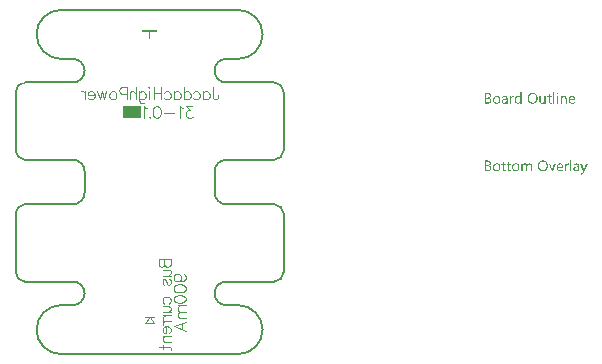
<source format=gbo>
G04*
G04 #@! TF.GenerationSoftware,Altium Limited,Altium Designer,21.3.1 (25)*
G04*
G04 Layer_Color=32896*
%FSAX25Y25*%
%MOIN*%
G70*
G04*
G04 #@! TF.SameCoordinates,F5ED4B0F-9D4D-4CB6-A318-13B1BB274F9C*
G04*
G04*
G04 #@! TF.FilePolarity,Positive*
G04*
G01*
G75*
%ADD11C,0.00787*%
%ADD12C,0.00394*%
%ADD76C,0.00315*%
%ADD77R,0.06299X0.04232*%
G36*
X0002362Y0107480D02*
X0000197Y0107480D01*
X0000197Y0105118D01*
X-0000197D01*
Y0107480D01*
X-0002362D01*
Y0107972D01*
X0002362D01*
X0002362Y0107480D01*
D02*
G37*
G36*
X0136020Y0087185D02*
X0136045D01*
X0136101Y0087160D01*
X0136132Y0087141D01*
X0136162Y0087117D01*
X0136169Y0087111D01*
X0136175Y0087104D01*
X0136206Y0087067D01*
X0136231Y0087005D01*
X0136237Y0086968D01*
X0136243Y0086931D01*
Y0086925D01*
Y0086912D01*
X0136237Y0086894D01*
X0136231Y0086869D01*
X0136212Y0086807D01*
X0136187Y0086776D01*
X0136162Y0086745D01*
X0136156D01*
X0136150Y0086733D01*
X0136113Y0086708D01*
X0136057Y0086683D01*
X0136020Y0086677D01*
X0135983Y0086671D01*
X0135964D01*
X0135946Y0086677D01*
X0135921D01*
X0135859Y0086702D01*
X0135828Y0086714D01*
X0135797Y0086739D01*
Y0086745D01*
X0135785Y0086752D01*
X0135773Y0086770D01*
X0135760Y0086789D01*
X0135735Y0086851D01*
X0135729Y0086888D01*
X0135723Y0086931D01*
Y0086937D01*
Y0086949D01*
X0135729Y0086968D01*
X0135735Y0086999D01*
X0135754Y0087055D01*
X0135773Y0087086D01*
X0135797Y0087117D01*
X0135803Y0087123D01*
X0135810Y0087129D01*
X0135847Y0087154D01*
X0135909Y0087179D01*
X0135946Y0087191D01*
X0136002D01*
X0136020Y0087185D01*
D02*
G37*
G36*
X0124030Y0083520D02*
X0123628D01*
Y0083941D01*
X0123615D01*
Y0083935D01*
X0123603Y0083923D01*
X0123584Y0083898D01*
X0123566Y0083867D01*
X0123535Y0083830D01*
X0123498Y0083793D01*
X0123454Y0083749D01*
X0123405Y0083706D01*
X0123349Y0083657D01*
X0123281Y0083613D01*
X0123213Y0083576D01*
X0123133Y0083539D01*
X0123052Y0083508D01*
X0122959Y0083483D01*
X0122860Y0083471D01*
X0122755Y0083465D01*
X0122712D01*
X0122675Y0083471D01*
X0122637Y0083477D01*
X0122588Y0083483D01*
X0122483Y0083508D01*
X0122359Y0083545D01*
X0122235Y0083607D01*
X0122167Y0083644D01*
X0122111Y0083687D01*
X0122049Y0083743D01*
X0121994Y0083799D01*
Y0083805D01*
X0121981Y0083817D01*
X0121969Y0083836D01*
X0121950Y0083861D01*
X0121932Y0083892D01*
X0121907Y0083935D01*
X0121882Y0083985D01*
X0121857Y0084040D01*
X0121826Y0084102D01*
X0121802Y0084170D01*
X0121777Y0084245D01*
X0121758Y0084325D01*
X0121740Y0084412D01*
X0121727Y0084511D01*
X0121721Y0084610D01*
X0121715Y0084715D01*
Y0084721D01*
Y0084740D01*
Y0084777D01*
X0121721Y0084820D01*
X0121727Y0084870D01*
X0121734Y0084932D01*
X0121740Y0085000D01*
X0121752Y0085074D01*
X0121789Y0085235D01*
X0121845Y0085402D01*
X0121882Y0085483D01*
X0121925Y0085563D01*
X0121969Y0085637D01*
X0122025Y0085711D01*
X0122031Y0085718D01*
X0122037Y0085730D01*
X0122055Y0085749D01*
X0122080Y0085773D01*
X0122111Y0085798D01*
X0122154Y0085829D01*
X0122198Y0085866D01*
X0122247Y0085903D01*
X0122371Y0085971D01*
X0122513Y0086033D01*
X0122594Y0086052D01*
X0122681Y0086071D01*
X0122767Y0086083D01*
X0122866Y0086089D01*
X0122916D01*
X0122953Y0086083D01*
X0122990Y0086077D01*
X0123040Y0086071D01*
X0123151Y0086040D01*
X0123275Y0085990D01*
X0123337Y0085959D01*
X0123399Y0085916D01*
X0123461Y0085873D01*
X0123516Y0085817D01*
X0123566Y0085755D01*
X0123615Y0085681D01*
X0123628D01*
Y0087240D01*
X0124030D01*
Y0083520D01*
D02*
G37*
G36*
X0138298Y0086083D02*
X0138372Y0086077D01*
X0138465Y0086058D01*
X0138564Y0086027D01*
X0138669Y0085978D01*
X0138775Y0085910D01*
X0138818Y0085873D01*
X0138861Y0085823D01*
X0138874Y0085811D01*
X0138899Y0085773D01*
X0138929Y0085711D01*
X0138973Y0085625D01*
X0139010Y0085520D01*
X0139047Y0085390D01*
X0139072Y0085235D01*
X0139078Y0085055D01*
Y0083520D01*
X0138676D01*
Y0084950D01*
Y0084956D01*
Y0084987D01*
X0138669Y0085024D01*
Y0085074D01*
X0138657Y0085136D01*
X0138645Y0085204D01*
X0138626Y0085278D01*
X0138601Y0085352D01*
X0138570Y0085427D01*
X0138533Y0085495D01*
X0138484Y0085563D01*
X0138428Y0085625D01*
X0138366Y0085674D01*
X0138286Y0085711D01*
X0138199Y0085742D01*
X0138094Y0085749D01*
X0138081D01*
X0138044Y0085742D01*
X0137988Y0085736D01*
X0137920Y0085718D01*
X0137840Y0085693D01*
X0137753Y0085650D01*
X0137673Y0085594D01*
X0137592Y0085520D01*
X0137586Y0085507D01*
X0137561Y0085483D01*
X0137531Y0085433D01*
X0137493Y0085365D01*
X0137456Y0085284D01*
X0137425Y0085185D01*
X0137400Y0085074D01*
X0137394Y0084950D01*
Y0083520D01*
X0136992D01*
Y0086033D01*
X0137394D01*
Y0085612D01*
X0137407D01*
X0137413Y0085619D01*
X0137419Y0085631D01*
X0137438Y0085656D01*
X0137462Y0085687D01*
X0137487Y0085724D01*
X0137524Y0085761D01*
X0137568Y0085804D01*
X0137617Y0085854D01*
X0137673Y0085897D01*
X0137735Y0085941D01*
X0137803Y0085978D01*
X0137877Y0086015D01*
X0137951Y0086046D01*
X0138038Y0086071D01*
X0138131Y0086083D01*
X0138230Y0086089D01*
X0138267D01*
X0138298Y0086083D01*
D02*
G37*
G36*
X0121300Y0086071D02*
X0121375Y0086064D01*
X0121418Y0086052D01*
X0121449Y0086040D01*
Y0085625D01*
X0121443Y0085631D01*
X0121430Y0085637D01*
X0121405Y0085650D01*
X0121375Y0085668D01*
X0121331Y0085681D01*
X0121275Y0085693D01*
X0121214Y0085699D01*
X0121145Y0085705D01*
X0121133D01*
X0121102Y0085699D01*
X0121053Y0085693D01*
X0120997Y0085674D01*
X0120923Y0085644D01*
X0120855Y0085600D01*
X0120780Y0085538D01*
X0120712Y0085458D01*
X0120706Y0085445D01*
X0120687Y0085414D01*
X0120657Y0085359D01*
X0120626Y0085284D01*
X0120595Y0085192D01*
X0120564Y0085074D01*
X0120545Y0084944D01*
X0120539Y0084795D01*
Y0083520D01*
X0120137D01*
Y0086033D01*
X0120539D01*
Y0085514D01*
X0120551D01*
Y0085520D01*
X0120557Y0085526D01*
X0120570Y0085557D01*
X0120588Y0085606D01*
X0120619Y0085668D01*
X0120650Y0085730D01*
X0120700Y0085798D01*
X0120749Y0085866D01*
X0120811Y0085928D01*
X0120817Y0085934D01*
X0120842Y0085953D01*
X0120879Y0085978D01*
X0120929Y0086002D01*
X0120985Y0086027D01*
X0121053Y0086052D01*
X0121127Y0086071D01*
X0121207Y0086077D01*
X0121263D01*
X0121300Y0086071D01*
D02*
G37*
G36*
X0132040Y0083520D02*
X0131638D01*
Y0083916D01*
X0131625D01*
Y0083910D01*
X0131613Y0083898D01*
X0131600Y0083873D01*
X0131576Y0083848D01*
X0131520Y0083774D01*
X0131433Y0083694D01*
X0131384Y0083650D01*
X0131328Y0083607D01*
X0131266Y0083570D01*
X0131192Y0083533D01*
X0131118Y0083508D01*
X0131037Y0083483D01*
X0130944Y0083471D01*
X0130851Y0083465D01*
X0130814D01*
X0130771Y0083471D01*
X0130709Y0083483D01*
X0130641Y0083495D01*
X0130567Y0083520D01*
X0130486Y0083551D01*
X0130406Y0083601D01*
X0130319Y0083657D01*
X0130239Y0083725D01*
X0130164Y0083811D01*
X0130096Y0083916D01*
X0130034Y0084034D01*
X0129991Y0084176D01*
X0129966Y0084344D01*
X0129954Y0084430D01*
Y0084529D01*
Y0086033D01*
X0130350D01*
Y0084591D01*
Y0084585D01*
Y0084560D01*
X0130356Y0084517D01*
X0130362Y0084467D01*
X0130369Y0084405D01*
X0130381Y0084344D01*
X0130400Y0084269D01*
X0130424Y0084195D01*
X0130462Y0084121D01*
X0130499Y0084053D01*
X0130548Y0083985D01*
X0130610Y0083923D01*
X0130678Y0083873D01*
X0130759Y0083836D01*
X0130858Y0083805D01*
X0130963Y0083799D01*
X0130975D01*
X0131012Y0083805D01*
X0131068Y0083811D01*
X0131130Y0083824D01*
X0131210Y0083855D01*
X0131291Y0083892D01*
X0131371Y0083941D01*
X0131446Y0084016D01*
X0131452Y0084028D01*
X0131477Y0084053D01*
X0131508Y0084102D01*
X0131545Y0084170D01*
X0131576Y0084251D01*
X0131607Y0084350D01*
X0131631Y0084461D01*
X0131638Y0084585D01*
Y0086033D01*
X0132040D01*
Y0083520D01*
D02*
G37*
G36*
X0136175D02*
X0135773D01*
Y0086033D01*
X0136175D01*
Y0083520D01*
D02*
G37*
G36*
X0134955D02*
X0134553D01*
Y0087240D01*
X0134955D01*
Y0083520D01*
D02*
G37*
G36*
X0118577Y0086083D02*
X0118632Y0086077D01*
X0118701Y0086058D01*
X0118775Y0086040D01*
X0118855Y0086009D01*
X0118942Y0085971D01*
X0119022Y0085922D01*
X0119103Y0085860D01*
X0119177Y0085786D01*
X0119245Y0085693D01*
X0119301Y0085588D01*
X0119344Y0085464D01*
X0119369Y0085322D01*
X0119381Y0085154D01*
Y0083520D01*
X0118979D01*
Y0083910D01*
X0118967D01*
Y0083904D01*
X0118954Y0083892D01*
X0118942Y0083867D01*
X0118917Y0083842D01*
X0118855Y0083768D01*
X0118775Y0083687D01*
X0118663Y0083607D01*
X0118533Y0083533D01*
X0118453Y0083508D01*
X0118372Y0083483D01*
X0118286Y0083471D01*
X0118193Y0083465D01*
X0118156D01*
X0118131Y0083471D01*
X0118063Y0083477D01*
X0117982Y0083489D01*
X0117883Y0083514D01*
X0117791Y0083545D01*
X0117692Y0083595D01*
X0117605Y0083657D01*
X0117599Y0083669D01*
X0117574Y0083694D01*
X0117537Y0083737D01*
X0117500Y0083799D01*
X0117463Y0083873D01*
X0117425Y0083960D01*
X0117401Y0084065D01*
X0117394Y0084183D01*
Y0084189D01*
Y0084214D01*
X0117401Y0084251D01*
X0117407Y0084294D01*
X0117419Y0084350D01*
X0117438Y0084412D01*
X0117463Y0084480D01*
X0117500Y0084548D01*
X0117543Y0084622D01*
X0117599Y0084696D01*
X0117667Y0084764D01*
X0117747Y0084826D01*
X0117840Y0084888D01*
X0117952Y0084938D01*
X0118075Y0084975D01*
X0118224Y0085006D01*
X0118979Y0085111D01*
Y0085117D01*
Y0085136D01*
X0118973Y0085173D01*
Y0085210D01*
X0118960Y0085260D01*
X0118954Y0085315D01*
X0118917Y0085433D01*
X0118886Y0085489D01*
X0118855Y0085544D01*
X0118812Y0085600D01*
X0118762Y0085650D01*
X0118701Y0085693D01*
X0118632Y0085724D01*
X0118552Y0085742D01*
X0118459Y0085749D01*
X0118416D01*
X0118385Y0085742D01*
X0118342D01*
X0118298Y0085730D01*
X0118187Y0085711D01*
X0118063Y0085674D01*
X0117927Y0085619D01*
X0117852Y0085582D01*
X0117784Y0085544D01*
X0117710Y0085495D01*
X0117642Y0085439D01*
Y0085854D01*
X0117648D01*
X0117661Y0085866D01*
X0117679Y0085879D01*
X0117710Y0085891D01*
X0117741Y0085910D01*
X0117784Y0085928D01*
X0117834Y0085947D01*
X0117890Y0085971D01*
X0118013Y0086015D01*
X0118162Y0086052D01*
X0118323Y0086077D01*
X0118496Y0086089D01*
X0118533D01*
X0118577Y0086083D01*
D02*
G37*
G36*
X0112888Y0087030D02*
X0112931D01*
X0112975Y0087024D01*
X0113074Y0087011D01*
X0113191Y0086980D01*
X0113315Y0086943D01*
X0113433Y0086888D01*
X0113538Y0086813D01*
X0113544D01*
X0113550Y0086801D01*
X0113581Y0086776D01*
X0113625Y0086727D01*
X0113674Y0086659D01*
X0113717Y0086572D01*
X0113761Y0086473D01*
X0113792Y0086361D01*
X0113804Y0086300D01*
Y0086231D01*
Y0086225D01*
Y0086219D01*
Y0086182D01*
X0113798Y0086126D01*
X0113786Y0086058D01*
X0113767Y0085971D01*
X0113736Y0085885D01*
X0113699Y0085798D01*
X0113643Y0085711D01*
X0113637Y0085699D01*
X0113612Y0085674D01*
X0113575Y0085637D01*
X0113526Y0085588D01*
X0113464Y0085538D01*
X0113390Y0085483D01*
X0113297Y0085439D01*
X0113198Y0085396D01*
Y0085390D01*
X0113216D01*
X0113235Y0085383D01*
X0113253Y0085377D01*
X0113321Y0085365D01*
X0113402Y0085340D01*
X0113488Y0085303D01*
X0113581Y0085260D01*
X0113674Y0085198D01*
X0113761Y0085117D01*
X0113773Y0085105D01*
X0113798Y0085074D01*
X0113829Y0085031D01*
X0113872Y0084963D01*
X0113909Y0084876D01*
X0113947Y0084777D01*
X0113971Y0084659D01*
X0113978Y0084529D01*
Y0084523D01*
Y0084511D01*
Y0084486D01*
X0113971Y0084455D01*
X0113965Y0084418D01*
X0113959Y0084374D01*
X0113934Y0084269D01*
X0113897Y0084152D01*
X0113841Y0084028D01*
X0113804Y0083972D01*
X0113761Y0083910D01*
X0113705Y0083855D01*
X0113649Y0083799D01*
X0113643D01*
X0113637Y0083786D01*
X0113619Y0083774D01*
X0113594Y0083755D01*
X0113563Y0083737D01*
X0113520Y0083712D01*
X0113427Y0083663D01*
X0113309Y0083607D01*
X0113173Y0083564D01*
X0113012Y0083533D01*
X0112931Y0083526D01*
X0112839Y0083520D01*
X0111811D01*
Y0087036D01*
X0112857D01*
X0112888Y0087030D01*
D02*
G37*
G36*
X0133383Y0086033D02*
X0134021D01*
Y0085687D01*
X0133383D01*
Y0084269D01*
Y0084257D01*
Y0084226D01*
X0133389Y0084183D01*
X0133396Y0084127D01*
X0133420Y0084009D01*
X0133439Y0083954D01*
X0133470Y0083910D01*
X0133476Y0083904D01*
X0133488Y0083892D01*
X0133507Y0083879D01*
X0133538Y0083861D01*
X0133575Y0083836D01*
X0133625Y0083824D01*
X0133686Y0083811D01*
X0133755Y0083805D01*
X0133779D01*
X0133810Y0083811D01*
X0133847Y0083817D01*
X0133934Y0083842D01*
X0133977Y0083861D01*
X0134021Y0083886D01*
Y0083539D01*
X0134015D01*
X0133996Y0083526D01*
X0133965Y0083520D01*
X0133922Y0083508D01*
X0133866Y0083495D01*
X0133804Y0083483D01*
X0133730Y0083477D01*
X0133643Y0083471D01*
X0133612D01*
X0133581Y0083477D01*
X0133538Y0083483D01*
X0133488Y0083495D01*
X0133433Y0083508D01*
X0133377Y0083533D01*
X0133315Y0083564D01*
X0133253Y0083601D01*
X0133191Y0083650D01*
X0133136Y0083706D01*
X0133086Y0083780D01*
X0133043Y0083861D01*
X0133012Y0083960D01*
X0132987Y0084071D01*
X0132981Y0084201D01*
Y0085687D01*
X0132554D01*
Y0086033D01*
X0132981D01*
Y0086646D01*
X0133383Y0086776D01*
Y0086033D01*
D02*
G37*
G36*
X0140910Y0086083D02*
X0140954Y0086077D01*
X0140997Y0086071D01*
X0141108Y0086052D01*
X0141232Y0086009D01*
X0141356Y0085953D01*
X0141418Y0085916D01*
X0141480Y0085873D01*
X0141535Y0085823D01*
X0141591Y0085767D01*
X0141597Y0085761D01*
X0141604Y0085755D01*
X0141616Y0085736D01*
X0141634Y0085711D01*
X0141653Y0085674D01*
X0141678Y0085637D01*
X0141702Y0085594D01*
X0141727Y0085538D01*
X0141752Y0085476D01*
X0141777Y0085414D01*
X0141802Y0085340D01*
X0141820Y0085260D01*
X0141839Y0085173D01*
X0141851Y0085086D01*
X0141864Y0084987D01*
Y0084882D01*
Y0084672D01*
X0140087D01*
Y0084665D01*
Y0084653D01*
Y0084635D01*
X0140093Y0084604D01*
X0140099Y0084566D01*
Y0084529D01*
X0140118Y0084430D01*
X0140149Y0084331D01*
X0140186Y0084220D01*
X0140242Y0084114D01*
X0140310Y0084022D01*
X0140322Y0084009D01*
X0140347Y0083985D01*
X0140396Y0083954D01*
X0140464Y0083910D01*
X0140551Y0083867D01*
X0140650Y0083836D01*
X0140768Y0083811D01*
X0140904Y0083799D01*
X0140947D01*
X0140978Y0083805D01*
X0141015D01*
X0141059Y0083811D01*
X0141164Y0083836D01*
X0141282Y0083867D01*
X0141412Y0083916D01*
X0141548Y0083985D01*
X0141616Y0084028D01*
X0141684Y0084077D01*
Y0083700D01*
X0141678D01*
X0141672Y0083687D01*
X0141653Y0083681D01*
X0141622Y0083663D01*
X0141591Y0083644D01*
X0141554Y0083626D01*
X0141504Y0083607D01*
X0141455Y0083582D01*
X0141393Y0083557D01*
X0141325Y0083539D01*
X0141176Y0083502D01*
X0141003Y0083477D01*
X0140811Y0083465D01*
X0140762D01*
X0140725Y0083471D01*
X0140681Y0083477D01*
X0140626Y0083483D01*
X0140508Y0083508D01*
X0140372Y0083545D01*
X0140235Y0083607D01*
X0140167Y0083650D01*
X0140099Y0083694D01*
X0140037Y0083743D01*
X0139976Y0083805D01*
X0139969Y0083811D01*
X0139963Y0083824D01*
X0139951Y0083842D01*
X0139926Y0083867D01*
X0139907Y0083904D01*
X0139883Y0083947D01*
X0139852Y0083997D01*
X0139827Y0084053D01*
X0139796Y0084114D01*
X0139771Y0084189D01*
X0139740Y0084269D01*
X0139722Y0084356D01*
X0139703Y0084449D01*
X0139685Y0084548D01*
X0139678Y0084653D01*
X0139672Y0084764D01*
Y0084771D01*
Y0084789D01*
Y0084820D01*
X0139678Y0084864D01*
X0139685Y0084913D01*
X0139691Y0084969D01*
X0139697Y0085037D01*
X0139716Y0085105D01*
X0139753Y0085254D01*
X0139808Y0085414D01*
X0139846Y0085495D01*
X0139895Y0085569D01*
X0139945Y0085650D01*
X0140000Y0085718D01*
X0140006Y0085724D01*
X0140019Y0085736D01*
X0140037Y0085755D01*
X0140062Y0085773D01*
X0140093Y0085804D01*
X0140130Y0085835D01*
X0140180Y0085866D01*
X0140229Y0085903D01*
X0140347Y0085971D01*
X0140489Y0086033D01*
X0140570Y0086052D01*
X0140650Y0086071D01*
X0140737Y0086083D01*
X0140830Y0086089D01*
X0140879D01*
X0140910Y0086083D01*
D02*
G37*
G36*
X0127868Y0087092D02*
X0127930Y0087086D01*
X0128004Y0087073D01*
X0128085Y0087055D01*
X0128171Y0087036D01*
X0128258Y0087011D01*
X0128357Y0086980D01*
X0128450Y0086937D01*
X0128549Y0086888D01*
X0128648Y0086832D01*
X0128741Y0086764D01*
X0128833Y0086690D01*
X0128920Y0086603D01*
X0128926Y0086597D01*
X0128939Y0086578D01*
X0128963Y0086553D01*
X0128988Y0086516D01*
X0129025Y0086467D01*
X0129063Y0086405D01*
X0129100Y0086337D01*
X0129143Y0086263D01*
X0129186Y0086170D01*
X0129224Y0086077D01*
X0129261Y0085971D01*
X0129298Y0085854D01*
X0129323Y0085736D01*
X0129347Y0085606D01*
X0129360Y0085464D01*
X0129366Y0085322D01*
Y0085309D01*
Y0085284D01*
Y0085241D01*
X0129360Y0085179D01*
X0129353Y0085105D01*
X0129341Y0085024D01*
X0129329Y0084932D01*
X0129310Y0084826D01*
X0129285Y0084721D01*
X0129254Y0084610D01*
X0129217Y0084498D01*
X0129174Y0084387D01*
X0129118Y0084269D01*
X0129056Y0084164D01*
X0128988Y0084059D01*
X0128908Y0083960D01*
X0128902Y0083954D01*
X0128889Y0083941D01*
X0128858Y0083916D01*
X0128827Y0083886D01*
X0128778Y0083842D01*
X0128722Y0083805D01*
X0128660Y0083755D01*
X0128586Y0083712D01*
X0128505Y0083669D01*
X0128413Y0083619D01*
X0128314Y0083582D01*
X0128202Y0083545D01*
X0128085Y0083508D01*
X0127961Y0083483D01*
X0127831Y0083471D01*
X0127688Y0083465D01*
X0127657D01*
X0127614Y0083471D01*
X0127565D01*
X0127503Y0083477D01*
X0127428Y0083489D01*
X0127348Y0083508D01*
X0127255Y0083526D01*
X0127162Y0083551D01*
X0127063Y0083582D01*
X0126964Y0083626D01*
X0126865Y0083669D01*
X0126766Y0083725D01*
X0126667Y0083793D01*
X0126574Y0083867D01*
X0126488Y0083954D01*
X0126481Y0083960D01*
X0126469Y0083978D01*
X0126444Y0084003D01*
X0126419Y0084040D01*
X0126382Y0084090D01*
X0126345Y0084152D01*
X0126308Y0084220D01*
X0126265Y0084300D01*
X0126221Y0084387D01*
X0126184Y0084480D01*
X0126147Y0084585D01*
X0126110Y0084703D01*
X0126085Y0084820D01*
X0126060Y0084950D01*
X0126048Y0085093D01*
X0126042Y0085235D01*
Y0085247D01*
Y0085272D01*
X0126048Y0085315D01*
Y0085377D01*
X0126054Y0085445D01*
X0126067Y0085532D01*
X0126079Y0085625D01*
X0126098Y0085724D01*
X0126122Y0085829D01*
X0126153Y0085941D01*
X0126190Y0086052D01*
X0126234Y0086163D01*
X0126289Y0086275D01*
X0126351Y0086386D01*
X0126419Y0086492D01*
X0126500Y0086590D01*
X0126506Y0086597D01*
X0126518Y0086615D01*
X0126549Y0086640D01*
X0126587Y0086671D01*
X0126630Y0086708D01*
X0126686Y0086752D01*
X0126754Y0086795D01*
X0126828Y0086844D01*
X0126915Y0086894D01*
X0127007Y0086937D01*
X0127106Y0086980D01*
X0127218Y0087018D01*
X0127342Y0087049D01*
X0127472Y0087080D01*
X0127608Y0087092D01*
X0127750Y0087098D01*
X0127818D01*
X0127868Y0087092D01*
D02*
G37*
G36*
X0115841Y0086083D02*
X0115884Y0086077D01*
X0115940Y0086071D01*
X0116064Y0086046D01*
X0116206Y0086002D01*
X0116348Y0085941D01*
X0116423Y0085903D01*
X0116491Y0085860D01*
X0116559Y0085804D01*
X0116621Y0085742D01*
X0116627Y0085736D01*
X0116633Y0085724D01*
X0116652Y0085705D01*
X0116670Y0085681D01*
X0116695Y0085644D01*
X0116720Y0085600D01*
X0116751Y0085551D01*
X0116782Y0085495D01*
X0116806Y0085427D01*
X0116837Y0085359D01*
X0116862Y0085278D01*
X0116887Y0085192D01*
X0116905Y0085099D01*
X0116924Y0085000D01*
X0116930Y0084895D01*
X0116936Y0084783D01*
Y0084777D01*
Y0084758D01*
Y0084727D01*
X0116930Y0084684D01*
X0116924Y0084635D01*
X0116918Y0084573D01*
X0116905Y0084511D01*
X0116893Y0084436D01*
X0116856Y0084288D01*
X0116794Y0084127D01*
X0116757Y0084046D01*
X0116707Y0083966D01*
X0116658Y0083892D01*
X0116596Y0083824D01*
X0116590Y0083817D01*
X0116577Y0083811D01*
X0116559Y0083793D01*
X0116534Y0083768D01*
X0116497Y0083743D01*
X0116460Y0083712D01*
X0116410Y0083675D01*
X0116355Y0083644D01*
X0116293Y0083613D01*
X0116225Y0083576D01*
X0116150Y0083545D01*
X0116070Y0083520D01*
X0115983Y0083495D01*
X0115890Y0083483D01*
X0115791Y0083471D01*
X0115686Y0083465D01*
X0115630D01*
X0115593Y0083471D01*
X0115550Y0083477D01*
X0115494Y0083483D01*
X0115432Y0083495D01*
X0115364Y0083508D01*
X0115222Y0083551D01*
X0115073Y0083613D01*
X0114999Y0083650D01*
X0114931Y0083700D01*
X0114863Y0083749D01*
X0114795Y0083811D01*
X0114788Y0083817D01*
X0114782Y0083830D01*
X0114764Y0083848D01*
X0114745Y0083873D01*
X0114720Y0083910D01*
X0114689Y0083954D01*
X0114658Y0084003D01*
X0114634Y0084059D01*
X0114603Y0084127D01*
X0114572Y0084195D01*
X0114541Y0084269D01*
X0114516Y0084356D01*
X0114479Y0084542D01*
X0114473Y0084641D01*
X0114467Y0084746D01*
Y0084752D01*
Y0084777D01*
Y0084808D01*
X0114473Y0084851D01*
X0114479Y0084901D01*
X0114485Y0084963D01*
X0114497Y0085031D01*
X0114510Y0085105D01*
X0114547Y0085266D01*
X0114609Y0085427D01*
X0114652Y0085507D01*
X0114696Y0085588D01*
X0114745Y0085662D01*
X0114807Y0085730D01*
X0114813Y0085736D01*
X0114825Y0085749D01*
X0114844Y0085761D01*
X0114869Y0085786D01*
X0114906Y0085811D01*
X0114949Y0085842D01*
X0114999Y0085879D01*
X0115055Y0085910D01*
X0115117Y0085941D01*
X0115191Y0085978D01*
X0115265Y0086009D01*
X0115352Y0086033D01*
X0115438Y0086058D01*
X0115537Y0086077D01*
X0115643Y0086083D01*
X0115748Y0086089D01*
X0115804D01*
X0115841Y0086083D01*
D02*
G37*
G36*
X0126748Y0063587D02*
X0126803Y0063575D01*
X0126865Y0063563D01*
X0126933Y0063538D01*
X0127014Y0063507D01*
X0127088Y0063464D01*
X0127168Y0063414D01*
X0127243Y0063346D01*
X0127311Y0063259D01*
X0127373Y0063160D01*
X0127428Y0063049D01*
X0127465Y0062907D01*
X0127497Y0062752D01*
X0127503Y0062572D01*
Y0061025D01*
X0127100D01*
Y0062467D01*
Y0062473D01*
Y0062486D01*
Y0062504D01*
Y0062535D01*
X0127094Y0062609D01*
X0127082Y0062696D01*
X0127069Y0062795D01*
X0127045Y0062894D01*
X0127014Y0062987D01*
X0126970Y0063068D01*
X0126964Y0063074D01*
X0126946Y0063099D01*
X0126915Y0063129D01*
X0126865Y0063160D01*
X0126809Y0063197D01*
X0126735Y0063222D01*
X0126642Y0063247D01*
X0126537Y0063253D01*
X0126525D01*
X0126494Y0063247D01*
X0126444Y0063241D01*
X0126382Y0063222D01*
X0126314Y0063197D01*
X0126240Y0063154D01*
X0126166Y0063099D01*
X0126098Y0063018D01*
X0126091Y0063006D01*
X0126073Y0062975D01*
X0126042Y0062925D01*
X0126011Y0062857D01*
X0125974Y0062777D01*
X0125949Y0062684D01*
X0125924Y0062572D01*
X0125918Y0062455D01*
Y0061025D01*
X0125516D01*
Y0062517D01*
Y0062523D01*
Y0062548D01*
X0125510Y0062585D01*
Y0062634D01*
X0125497Y0062690D01*
X0125485Y0062752D01*
X0125466Y0062814D01*
X0125448Y0062888D01*
X0125417Y0062956D01*
X0125380Y0063018D01*
X0125330Y0063080D01*
X0125274Y0063136D01*
X0125212Y0063185D01*
X0125132Y0063222D01*
X0125045Y0063247D01*
X0124946Y0063253D01*
X0124934D01*
X0124903Y0063247D01*
X0124853Y0063241D01*
X0124792Y0063228D01*
X0124723Y0063197D01*
X0124649Y0063160D01*
X0124575Y0063105D01*
X0124507Y0063030D01*
X0124501Y0063018D01*
X0124482Y0062993D01*
X0124451Y0062944D01*
X0124420Y0062876D01*
X0124389Y0062795D01*
X0124358Y0062696D01*
X0124340Y0062585D01*
X0124333Y0062455D01*
Y0061025D01*
X0123931D01*
Y0063538D01*
X0124333D01*
Y0063136D01*
X0124346D01*
X0124352Y0063142D01*
X0124358Y0063154D01*
X0124377Y0063179D01*
X0124395Y0063210D01*
X0124457Y0063278D01*
X0124544Y0063365D01*
X0124655Y0063451D01*
X0124785Y0063519D01*
X0124866Y0063550D01*
X0124946Y0063575D01*
X0125033Y0063587D01*
X0125126Y0063594D01*
X0125169D01*
X0125219Y0063587D01*
X0125280Y0063575D01*
X0125349Y0063556D01*
X0125423Y0063532D01*
X0125497Y0063501D01*
X0125571Y0063451D01*
X0125578Y0063445D01*
X0125602Y0063427D01*
X0125633Y0063396D01*
X0125677Y0063352D01*
X0125720Y0063297D01*
X0125763Y0063235D01*
X0125807Y0063160D01*
X0125838Y0063074D01*
X0125844Y0063080D01*
X0125850Y0063099D01*
X0125868Y0063123D01*
X0125887Y0063154D01*
X0125918Y0063197D01*
X0125955Y0063241D01*
X0125998Y0063284D01*
X0126048Y0063334D01*
X0126104Y0063383D01*
X0126166Y0063427D01*
X0126234Y0063476D01*
X0126308Y0063513D01*
X0126389Y0063544D01*
X0126475Y0063569D01*
X0126574Y0063587D01*
X0126673Y0063594D01*
X0126710D01*
X0126748Y0063587D01*
D02*
G37*
G36*
X0139623Y0063575D02*
X0139697Y0063569D01*
X0139740Y0063556D01*
X0139771Y0063544D01*
Y0063129D01*
X0139765Y0063136D01*
X0139753Y0063142D01*
X0139728Y0063154D01*
X0139697Y0063173D01*
X0139654Y0063185D01*
X0139598Y0063197D01*
X0139536Y0063204D01*
X0139468Y0063210D01*
X0139456D01*
X0139425Y0063204D01*
X0139375Y0063197D01*
X0139319Y0063179D01*
X0139245Y0063148D01*
X0139177Y0063105D01*
X0139103Y0063043D01*
X0139035Y0062962D01*
X0139028Y0062950D01*
X0139010Y0062919D01*
X0138979Y0062863D01*
X0138948Y0062789D01*
X0138917Y0062696D01*
X0138886Y0062578D01*
X0138867Y0062449D01*
X0138861Y0062300D01*
Y0061025D01*
X0138459D01*
Y0063538D01*
X0138861D01*
Y0063018D01*
X0138874D01*
Y0063024D01*
X0138880Y0063030D01*
X0138892Y0063061D01*
X0138911Y0063111D01*
X0138942Y0063173D01*
X0138973Y0063235D01*
X0139022Y0063303D01*
X0139072Y0063371D01*
X0139134Y0063433D01*
X0139140Y0063439D01*
X0139165Y0063458D01*
X0139202Y0063482D01*
X0139251Y0063507D01*
X0139307Y0063532D01*
X0139375Y0063556D01*
X0139449Y0063575D01*
X0139530Y0063581D01*
X0139585D01*
X0139623Y0063575D01*
D02*
G37*
G36*
X0144828Y0060623D02*
X0144822Y0060616D01*
X0144816Y0060592D01*
X0144798Y0060548D01*
X0144773Y0060499D01*
X0144742Y0060443D01*
X0144699Y0060375D01*
X0144655Y0060307D01*
X0144606Y0060233D01*
X0144544Y0060158D01*
X0144482Y0060090D01*
X0144408Y0060022D01*
X0144327Y0059966D01*
X0144247Y0059917D01*
X0144154Y0059873D01*
X0144061Y0059849D01*
X0143956Y0059842D01*
X0143900D01*
X0143863Y0059849D01*
X0143782Y0059861D01*
X0143696Y0059880D01*
Y0060239D01*
X0143702D01*
X0143720Y0060233D01*
X0143745Y0060226D01*
X0143776Y0060220D01*
X0143851Y0060202D01*
X0143931Y0060195D01*
X0143943D01*
X0143980Y0060202D01*
X0144036Y0060214D01*
X0144104Y0060239D01*
X0144178Y0060282D01*
X0144216Y0060313D01*
X0144253Y0060350D01*
X0144290Y0060387D01*
X0144327Y0060437D01*
X0144358Y0060492D01*
X0144389Y0060554D01*
X0144593Y0061025D01*
X0143609Y0063538D01*
X0144055D01*
X0144736Y0061601D01*
Y0061594D01*
X0144742Y0061582D01*
X0144748Y0061563D01*
X0144754Y0061539D01*
X0144760Y0061501D01*
X0144773Y0061464D01*
X0144785Y0061409D01*
X0144804D01*
Y0061421D01*
X0144816Y0061458D01*
X0144828Y0061514D01*
X0144853Y0061594D01*
X0145565Y0063538D01*
X0145980D01*
X0144828Y0060623D01*
D02*
G37*
G36*
X0134398Y0061025D02*
X0134002D01*
X0133049Y0063538D01*
X0133488D01*
X0134132Y0061712D01*
X0134138Y0061706D01*
X0134144Y0061681D01*
X0134157Y0061638D01*
X0134169Y0061594D01*
X0134182Y0061539D01*
X0134200Y0061477D01*
X0134219Y0061359D01*
X0134225D01*
Y0061365D01*
X0134231Y0061390D01*
X0134237Y0061427D01*
X0134244Y0061471D01*
X0134256Y0061526D01*
X0134268Y0061582D01*
X0134306Y0061699D01*
X0134974Y0063538D01*
X0135395D01*
X0134398Y0061025D01*
D02*
G37*
G36*
X0142421Y0063587D02*
X0142476Y0063581D01*
X0142544Y0063563D01*
X0142619Y0063544D01*
X0142699Y0063513D01*
X0142786Y0063476D01*
X0142866Y0063427D01*
X0142947Y0063365D01*
X0143021Y0063290D01*
X0143089Y0063197D01*
X0143145Y0063092D01*
X0143188Y0062968D01*
X0143213Y0062826D01*
X0143225Y0062659D01*
Y0061025D01*
X0142823D01*
Y0061415D01*
X0142810D01*
Y0061409D01*
X0142798Y0061396D01*
X0142786Y0061371D01*
X0142761Y0061347D01*
X0142699Y0061272D01*
X0142619Y0061192D01*
X0142507Y0061111D01*
X0142377Y0061037D01*
X0142297Y0061012D01*
X0142216Y0060988D01*
X0142130Y0060975D01*
X0142037Y0060969D01*
X0142000D01*
X0141975Y0060975D01*
X0141907Y0060982D01*
X0141826Y0060994D01*
X0141727Y0061019D01*
X0141634Y0061050D01*
X0141535Y0061099D01*
X0141449Y0061161D01*
X0141443Y0061173D01*
X0141418Y0061198D01*
X0141381Y0061242D01*
X0141343Y0061303D01*
X0141306Y0061378D01*
X0141269Y0061464D01*
X0141244Y0061569D01*
X0141238Y0061687D01*
Y0061693D01*
Y0061718D01*
X0141244Y0061755D01*
X0141251Y0061799D01*
X0141263Y0061854D01*
X0141282Y0061916D01*
X0141306Y0061984D01*
X0141343Y0062052D01*
X0141387Y0062127D01*
X0141443Y0062201D01*
X0141511Y0062269D01*
X0141591Y0062331D01*
X0141684Y0062393D01*
X0141795Y0062442D01*
X0141919Y0062480D01*
X0142068Y0062510D01*
X0142823Y0062616D01*
Y0062622D01*
Y0062640D01*
X0142817Y0062678D01*
Y0062715D01*
X0142804Y0062764D01*
X0142798Y0062820D01*
X0142761Y0062937D01*
X0142730Y0062993D01*
X0142699Y0063049D01*
X0142656Y0063105D01*
X0142606Y0063154D01*
X0142544Y0063197D01*
X0142476Y0063228D01*
X0142396Y0063247D01*
X0142303Y0063253D01*
X0142260D01*
X0142229Y0063247D01*
X0142185D01*
X0142142Y0063235D01*
X0142031Y0063216D01*
X0141907Y0063179D01*
X0141771Y0063123D01*
X0141696Y0063086D01*
X0141628Y0063049D01*
X0141554Y0062999D01*
X0141486Y0062944D01*
Y0063358D01*
X0141492D01*
X0141504Y0063371D01*
X0141523Y0063383D01*
X0141554Y0063396D01*
X0141585Y0063414D01*
X0141628Y0063433D01*
X0141678Y0063451D01*
X0141734Y0063476D01*
X0141857Y0063519D01*
X0142006Y0063556D01*
X0142167Y0063581D01*
X0142340Y0063594D01*
X0142377D01*
X0142421Y0063587D01*
D02*
G37*
G36*
X0140607Y0061025D02*
X0140205D01*
Y0064745D01*
X0140607D01*
Y0061025D01*
D02*
G37*
G36*
X0112888Y0064535D02*
X0112931D01*
X0112975Y0064528D01*
X0113074Y0064516D01*
X0113191Y0064485D01*
X0113315Y0064448D01*
X0113433Y0064392D01*
X0113538Y0064318D01*
X0113544D01*
X0113550Y0064306D01*
X0113581Y0064281D01*
X0113625Y0064231D01*
X0113674Y0064163D01*
X0113717Y0064077D01*
X0113761Y0063977D01*
X0113792Y0063866D01*
X0113804Y0063804D01*
Y0063736D01*
Y0063730D01*
Y0063724D01*
Y0063687D01*
X0113798Y0063631D01*
X0113786Y0063563D01*
X0113767Y0063476D01*
X0113736Y0063389D01*
X0113699Y0063303D01*
X0113643Y0063216D01*
X0113637Y0063204D01*
X0113612Y0063179D01*
X0113575Y0063142D01*
X0113526Y0063092D01*
X0113464Y0063043D01*
X0113390Y0062987D01*
X0113297Y0062944D01*
X0113198Y0062900D01*
Y0062894D01*
X0113216D01*
X0113235Y0062888D01*
X0113253Y0062882D01*
X0113321Y0062869D01*
X0113402Y0062845D01*
X0113488Y0062808D01*
X0113581Y0062764D01*
X0113674Y0062702D01*
X0113761Y0062622D01*
X0113773Y0062609D01*
X0113798Y0062578D01*
X0113829Y0062535D01*
X0113872Y0062467D01*
X0113909Y0062380D01*
X0113947Y0062281D01*
X0113971Y0062164D01*
X0113978Y0062034D01*
Y0062028D01*
Y0062015D01*
Y0061990D01*
X0113971Y0061959D01*
X0113965Y0061922D01*
X0113959Y0061879D01*
X0113934Y0061774D01*
X0113897Y0061656D01*
X0113841Y0061532D01*
X0113804Y0061477D01*
X0113761Y0061415D01*
X0113705Y0061359D01*
X0113649Y0061303D01*
X0113643D01*
X0113637Y0061291D01*
X0113619Y0061279D01*
X0113594Y0061260D01*
X0113563Y0061242D01*
X0113520Y0061217D01*
X0113427Y0061167D01*
X0113309Y0061111D01*
X0113173Y0061068D01*
X0113012Y0061037D01*
X0112931Y0061031D01*
X0112839Y0061025D01*
X0111811D01*
Y0064541D01*
X0112857D01*
X0112888Y0064535D01*
D02*
G37*
G36*
X0119815Y0063538D02*
X0120452D01*
Y0063191D01*
X0119815D01*
Y0061774D01*
Y0061761D01*
Y0061730D01*
X0119821Y0061687D01*
X0119827Y0061631D01*
X0119852Y0061514D01*
X0119870Y0061458D01*
X0119901Y0061415D01*
X0119907Y0061409D01*
X0119920Y0061396D01*
X0119939Y0061384D01*
X0119969Y0061365D01*
X0120007Y0061340D01*
X0120056Y0061328D01*
X0120118Y0061316D01*
X0120186Y0061310D01*
X0120211D01*
X0120242Y0061316D01*
X0120279Y0061322D01*
X0120366Y0061347D01*
X0120409Y0061365D01*
X0120452Y0061390D01*
Y0061043D01*
X0120446D01*
X0120428Y0061031D01*
X0120397Y0061025D01*
X0120353Y0061012D01*
X0120298Y0061000D01*
X0120236Y0060988D01*
X0120161Y0060982D01*
X0120075Y0060975D01*
X0120044D01*
X0120013Y0060982D01*
X0119969Y0060988D01*
X0119920Y0061000D01*
X0119864Y0061012D01*
X0119808Y0061037D01*
X0119747Y0061068D01*
X0119685Y0061105D01*
X0119623Y0061155D01*
X0119567Y0061211D01*
X0119518Y0061285D01*
X0119474Y0061365D01*
X0119443Y0061464D01*
X0119419Y0061576D01*
X0119412Y0061706D01*
Y0063191D01*
X0118985D01*
Y0063538D01*
X0119412D01*
Y0064151D01*
X0119815Y0064281D01*
Y0063538D01*
D02*
G37*
G36*
X0118112D02*
X0118750D01*
Y0063191D01*
X0118112D01*
Y0061774D01*
Y0061761D01*
Y0061730D01*
X0118119Y0061687D01*
X0118125Y0061631D01*
X0118150Y0061514D01*
X0118168Y0061458D01*
X0118199Y0061415D01*
X0118205Y0061409D01*
X0118218Y0061396D01*
X0118236Y0061384D01*
X0118267Y0061365D01*
X0118304Y0061340D01*
X0118354Y0061328D01*
X0118416Y0061316D01*
X0118484Y0061310D01*
X0118509D01*
X0118540Y0061316D01*
X0118577Y0061322D01*
X0118663Y0061347D01*
X0118707Y0061365D01*
X0118750Y0061390D01*
Y0061043D01*
X0118744D01*
X0118725Y0061031D01*
X0118694Y0061025D01*
X0118651Y0061012D01*
X0118595Y0061000D01*
X0118533Y0060988D01*
X0118459Y0060982D01*
X0118372Y0060975D01*
X0118342D01*
X0118310Y0060982D01*
X0118267Y0060988D01*
X0118218Y0061000D01*
X0118162Y0061012D01*
X0118106Y0061037D01*
X0118044Y0061068D01*
X0117982Y0061105D01*
X0117921Y0061155D01*
X0117865Y0061211D01*
X0117815Y0061285D01*
X0117772Y0061365D01*
X0117741Y0061464D01*
X0117716Y0061576D01*
X0117710Y0061706D01*
Y0063191D01*
X0117283D01*
Y0063538D01*
X0117710D01*
Y0064151D01*
X0118112Y0064281D01*
Y0063538D01*
D02*
G37*
G36*
X0136899Y0063587D02*
X0136942Y0063581D01*
X0136986Y0063575D01*
X0137097Y0063556D01*
X0137221Y0063513D01*
X0137345Y0063458D01*
X0137407Y0063420D01*
X0137469Y0063377D01*
X0137524Y0063327D01*
X0137580Y0063272D01*
X0137586Y0063266D01*
X0137592Y0063259D01*
X0137605Y0063241D01*
X0137623Y0063216D01*
X0137642Y0063179D01*
X0137667Y0063142D01*
X0137691Y0063099D01*
X0137716Y0063043D01*
X0137741Y0062981D01*
X0137766Y0062919D01*
X0137791Y0062845D01*
X0137809Y0062764D01*
X0137828Y0062678D01*
X0137840Y0062591D01*
X0137852Y0062492D01*
Y0062387D01*
Y0062176D01*
X0136076D01*
Y0062170D01*
Y0062158D01*
Y0062139D01*
X0136082Y0062108D01*
X0136088Y0062071D01*
Y0062034D01*
X0136107Y0061935D01*
X0136138Y0061836D01*
X0136175Y0061724D01*
X0136231Y0061619D01*
X0136299Y0061526D01*
X0136311Y0061514D01*
X0136336Y0061489D01*
X0136385Y0061458D01*
X0136453Y0061415D01*
X0136540Y0061371D01*
X0136639Y0061340D01*
X0136757Y0061316D01*
X0136893Y0061303D01*
X0136936D01*
X0136967Y0061310D01*
X0137004D01*
X0137048Y0061316D01*
X0137153Y0061340D01*
X0137270Y0061371D01*
X0137400Y0061421D01*
X0137537Y0061489D01*
X0137605Y0061532D01*
X0137673Y0061582D01*
Y0061204D01*
X0137667D01*
X0137661Y0061192D01*
X0137642Y0061186D01*
X0137611Y0061167D01*
X0137580Y0061149D01*
X0137543Y0061130D01*
X0137493Y0061111D01*
X0137444Y0061087D01*
X0137382Y0061062D01*
X0137314Y0061043D01*
X0137165Y0061006D01*
X0136992Y0060982D01*
X0136800Y0060969D01*
X0136750D01*
X0136713Y0060975D01*
X0136670Y0060982D01*
X0136614Y0060988D01*
X0136497Y0061012D01*
X0136361Y0061050D01*
X0136224Y0061111D01*
X0136156Y0061155D01*
X0136088Y0061198D01*
X0136026Y0061248D01*
X0135964Y0061310D01*
X0135958Y0061316D01*
X0135952Y0061328D01*
X0135940Y0061347D01*
X0135915Y0061371D01*
X0135896Y0061409D01*
X0135872Y0061452D01*
X0135841Y0061501D01*
X0135816Y0061557D01*
X0135785Y0061619D01*
X0135760Y0061693D01*
X0135729Y0061774D01*
X0135711Y0061861D01*
X0135692Y0061953D01*
X0135673Y0062052D01*
X0135667Y0062158D01*
X0135661Y0062269D01*
Y0062275D01*
Y0062294D01*
Y0062325D01*
X0135667Y0062368D01*
X0135673Y0062418D01*
X0135680Y0062473D01*
X0135686Y0062541D01*
X0135704Y0062609D01*
X0135742Y0062758D01*
X0135797Y0062919D01*
X0135834Y0062999D01*
X0135884Y0063074D01*
X0135933Y0063154D01*
X0135989Y0063222D01*
X0135995Y0063228D01*
X0136008Y0063241D01*
X0136026Y0063259D01*
X0136051Y0063278D01*
X0136082Y0063309D01*
X0136119Y0063340D01*
X0136169Y0063371D01*
X0136218Y0063408D01*
X0136336Y0063476D01*
X0136478Y0063538D01*
X0136559Y0063556D01*
X0136639Y0063575D01*
X0136726Y0063587D01*
X0136819Y0063594D01*
X0136868D01*
X0136899Y0063587D01*
D02*
G37*
G36*
X0131285Y0064596D02*
X0131347Y0064590D01*
X0131421Y0064578D01*
X0131501Y0064559D01*
X0131588Y0064541D01*
X0131675Y0064516D01*
X0131774Y0064485D01*
X0131867Y0064442D01*
X0131966Y0064392D01*
X0132065Y0064337D01*
X0132158Y0064268D01*
X0132250Y0064194D01*
X0132337Y0064107D01*
X0132343Y0064101D01*
X0132356Y0064083D01*
X0132380Y0064058D01*
X0132405Y0064021D01*
X0132442Y0063971D01*
X0132479Y0063909D01*
X0132517Y0063841D01*
X0132560Y0063767D01*
X0132603Y0063674D01*
X0132640Y0063581D01*
X0132677Y0063476D01*
X0132715Y0063358D01*
X0132739Y0063241D01*
X0132764Y0063111D01*
X0132776Y0062968D01*
X0132783Y0062826D01*
Y0062814D01*
Y0062789D01*
Y0062746D01*
X0132776Y0062684D01*
X0132770Y0062609D01*
X0132758Y0062529D01*
X0132746Y0062436D01*
X0132727Y0062331D01*
X0132702Y0062226D01*
X0132671Y0062114D01*
X0132634Y0062003D01*
X0132591Y0061891D01*
X0132535Y0061774D01*
X0132473Y0061669D01*
X0132405Y0061563D01*
X0132325Y0061464D01*
X0132318Y0061458D01*
X0132306Y0061446D01*
X0132275Y0061421D01*
X0132244Y0061390D01*
X0132195Y0061347D01*
X0132139Y0061310D01*
X0132077Y0061260D01*
X0132003Y0061217D01*
X0131922Y0061173D01*
X0131830Y0061124D01*
X0131730Y0061087D01*
X0131619Y0061050D01*
X0131501Y0061012D01*
X0131378Y0060988D01*
X0131248Y0060975D01*
X0131105Y0060969D01*
X0131074D01*
X0131031Y0060975D01*
X0130981D01*
X0130920Y0060982D01*
X0130845Y0060994D01*
X0130765Y0061012D01*
X0130672Y0061031D01*
X0130579Y0061056D01*
X0130480Y0061087D01*
X0130381Y0061130D01*
X0130282Y0061173D01*
X0130183Y0061229D01*
X0130084Y0061297D01*
X0129991Y0061371D01*
X0129904Y0061458D01*
X0129898Y0061464D01*
X0129886Y0061483D01*
X0129861Y0061508D01*
X0129836Y0061545D01*
X0129799Y0061594D01*
X0129762Y0061656D01*
X0129725Y0061724D01*
X0129682Y0061805D01*
X0129638Y0061891D01*
X0129601Y0061984D01*
X0129564Y0062090D01*
X0129527Y0062207D01*
X0129502Y0062325D01*
X0129477Y0062455D01*
X0129465Y0062597D01*
X0129459Y0062739D01*
Y0062752D01*
Y0062777D01*
X0129465Y0062820D01*
Y0062882D01*
X0129471Y0062950D01*
X0129483Y0063037D01*
X0129496Y0063129D01*
X0129514Y0063228D01*
X0129539Y0063334D01*
X0129570Y0063445D01*
X0129607Y0063556D01*
X0129651Y0063668D01*
X0129706Y0063779D01*
X0129768Y0063891D01*
X0129836Y0063996D01*
X0129917Y0064095D01*
X0129923Y0064101D01*
X0129935Y0064120D01*
X0129966Y0064145D01*
X0130003Y0064175D01*
X0130047Y0064213D01*
X0130103Y0064256D01*
X0130171Y0064299D01*
X0130245Y0064349D01*
X0130332Y0064398D01*
X0130424Y0064442D01*
X0130523Y0064485D01*
X0130635Y0064522D01*
X0130759Y0064553D01*
X0130889Y0064584D01*
X0131025Y0064596D01*
X0131167Y0064603D01*
X0131235D01*
X0131285Y0064596D01*
D02*
G37*
G36*
X0122192Y0063587D02*
X0122235Y0063581D01*
X0122291Y0063575D01*
X0122415Y0063550D01*
X0122557Y0063507D01*
X0122699Y0063445D01*
X0122774Y0063408D01*
X0122842Y0063365D01*
X0122910Y0063309D01*
X0122972Y0063247D01*
X0122978Y0063241D01*
X0122984Y0063228D01*
X0123003Y0063210D01*
X0123021Y0063185D01*
X0123046Y0063148D01*
X0123071Y0063105D01*
X0123102Y0063055D01*
X0123133Y0062999D01*
X0123157Y0062931D01*
X0123188Y0062863D01*
X0123213Y0062783D01*
X0123238Y0062696D01*
X0123256Y0062603D01*
X0123275Y0062504D01*
X0123281Y0062399D01*
X0123287Y0062288D01*
Y0062281D01*
Y0062263D01*
Y0062232D01*
X0123281Y0062189D01*
X0123275Y0062139D01*
X0123269Y0062077D01*
X0123256Y0062015D01*
X0123244Y0061941D01*
X0123207Y0061792D01*
X0123145Y0061631D01*
X0123108Y0061551D01*
X0123058Y0061471D01*
X0123009Y0061396D01*
X0122947Y0061328D01*
X0122941Y0061322D01*
X0122928Y0061316D01*
X0122910Y0061297D01*
X0122885Y0061272D01*
X0122848Y0061248D01*
X0122811Y0061217D01*
X0122761Y0061180D01*
X0122705Y0061149D01*
X0122643Y0061118D01*
X0122575Y0061080D01*
X0122501Y0061050D01*
X0122421Y0061025D01*
X0122334Y0061000D01*
X0122241Y0060988D01*
X0122142Y0060975D01*
X0122037Y0060969D01*
X0121981D01*
X0121944Y0060975D01*
X0121901Y0060982D01*
X0121845Y0060988D01*
X0121783Y0061000D01*
X0121715Y0061012D01*
X0121573Y0061056D01*
X0121424Y0061118D01*
X0121350Y0061155D01*
X0121282Y0061204D01*
X0121214Y0061254D01*
X0121145Y0061316D01*
X0121139Y0061322D01*
X0121133Y0061334D01*
X0121115Y0061353D01*
X0121096Y0061378D01*
X0121071Y0061415D01*
X0121040Y0061458D01*
X0121009Y0061508D01*
X0120985Y0061563D01*
X0120954Y0061631D01*
X0120923Y0061699D01*
X0120892Y0061774D01*
X0120867Y0061861D01*
X0120830Y0062046D01*
X0120824Y0062145D01*
X0120817Y0062250D01*
Y0062257D01*
Y0062281D01*
Y0062312D01*
X0120824Y0062356D01*
X0120830Y0062405D01*
X0120836Y0062467D01*
X0120848Y0062535D01*
X0120861Y0062609D01*
X0120898Y0062770D01*
X0120960Y0062931D01*
X0121003Y0063012D01*
X0121046Y0063092D01*
X0121096Y0063167D01*
X0121158Y0063235D01*
X0121164Y0063241D01*
X0121177Y0063253D01*
X0121195Y0063266D01*
X0121220Y0063290D01*
X0121257Y0063315D01*
X0121300Y0063346D01*
X0121350Y0063383D01*
X0121405Y0063414D01*
X0121467Y0063445D01*
X0121542Y0063482D01*
X0121616Y0063513D01*
X0121703Y0063538D01*
X0121789Y0063563D01*
X0121888Y0063581D01*
X0121994Y0063587D01*
X0122099Y0063594D01*
X0122154D01*
X0122192Y0063587D01*
D02*
G37*
G36*
X0115841D02*
X0115884Y0063581D01*
X0115940Y0063575D01*
X0116064Y0063550D01*
X0116206Y0063507D01*
X0116348Y0063445D01*
X0116423Y0063408D01*
X0116491Y0063365D01*
X0116559Y0063309D01*
X0116621Y0063247D01*
X0116627Y0063241D01*
X0116633Y0063228D01*
X0116652Y0063210D01*
X0116670Y0063185D01*
X0116695Y0063148D01*
X0116720Y0063105D01*
X0116751Y0063055D01*
X0116782Y0062999D01*
X0116806Y0062931D01*
X0116837Y0062863D01*
X0116862Y0062783D01*
X0116887Y0062696D01*
X0116905Y0062603D01*
X0116924Y0062504D01*
X0116930Y0062399D01*
X0116936Y0062288D01*
Y0062281D01*
Y0062263D01*
Y0062232D01*
X0116930Y0062189D01*
X0116924Y0062139D01*
X0116918Y0062077D01*
X0116905Y0062015D01*
X0116893Y0061941D01*
X0116856Y0061792D01*
X0116794Y0061631D01*
X0116757Y0061551D01*
X0116707Y0061471D01*
X0116658Y0061396D01*
X0116596Y0061328D01*
X0116590Y0061322D01*
X0116577Y0061316D01*
X0116559Y0061297D01*
X0116534Y0061272D01*
X0116497Y0061248D01*
X0116460Y0061217D01*
X0116410Y0061180D01*
X0116355Y0061149D01*
X0116293Y0061118D01*
X0116225Y0061080D01*
X0116150Y0061050D01*
X0116070Y0061025D01*
X0115983Y0061000D01*
X0115890Y0060988D01*
X0115791Y0060975D01*
X0115686Y0060969D01*
X0115630D01*
X0115593Y0060975D01*
X0115550Y0060982D01*
X0115494Y0060988D01*
X0115432Y0061000D01*
X0115364Y0061012D01*
X0115222Y0061056D01*
X0115073Y0061118D01*
X0114999Y0061155D01*
X0114931Y0061204D01*
X0114863Y0061254D01*
X0114795Y0061316D01*
X0114788Y0061322D01*
X0114782Y0061334D01*
X0114764Y0061353D01*
X0114745Y0061378D01*
X0114720Y0061415D01*
X0114689Y0061458D01*
X0114658Y0061508D01*
X0114634Y0061563D01*
X0114603Y0061631D01*
X0114572Y0061699D01*
X0114541Y0061774D01*
X0114516Y0061861D01*
X0114479Y0062046D01*
X0114473Y0062145D01*
X0114467Y0062250D01*
Y0062257D01*
Y0062281D01*
Y0062312D01*
X0114473Y0062356D01*
X0114479Y0062405D01*
X0114485Y0062467D01*
X0114497Y0062535D01*
X0114510Y0062609D01*
X0114547Y0062770D01*
X0114609Y0062931D01*
X0114652Y0063012D01*
X0114696Y0063092D01*
X0114745Y0063167D01*
X0114807Y0063235D01*
X0114813Y0063241D01*
X0114825Y0063253D01*
X0114844Y0063266D01*
X0114869Y0063290D01*
X0114906Y0063315D01*
X0114949Y0063346D01*
X0114999Y0063383D01*
X0115055Y0063414D01*
X0115117Y0063445D01*
X0115191Y0063482D01*
X0115265Y0063513D01*
X0115352Y0063538D01*
X0115438Y0063563D01*
X0115537Y0063581D01*
X0115643Y0063587D01*
X0115748Y0063594D01*
X0115804D01*
X0115841Y0063587D01*
D02*
G37*
%LPC*%
G36*
X0122916Y0085749D02*
X0122879D01*
X0122854Y0085742D01*
X0122786Y0085736D01*
X0122705Y0085718D01*
X0122613Y0085681D01*
X0122513Y0085631D01*
X0122421Y0085569D01*
X0122377Y0085526D01*
X0122334Y0085476D01*
X0122328Y0085464D01*
X0122303Y0085427D01*
X0122266Y0085365D01*
X0122229Y0085284D01*
X0122192Y0085179D01*
X0122154Y0085049D01*
X0122130Y0084901D01*
X0122124Y0084733D01*
Y0084727D01*
Y0084715D01*
Y0084690D01*
X0122130Y0084659D01*
Y0084628D01*
X0122136Y0084585D01*
X0122148Y0084486D01*
X0122173Y0084374D01*
X0122210Y0084263D01*
X0122260Y0084152D01*
X0122328Y0084046D01*
X0122340Y0084034D01*
X0122365Y0084009D01*
X0122408Y0083966D01*
X0122470Y0083923D01*
X0122551Y0083879D01*
X0122643Y0083836D01*
X0122749Y0083811D01*
X0122873Y0083799D01*
X0122904D01*
X0122928Y0083805D01*
X0122990Y0083811D01*
X0123064Y0083830D01*
X0123151Y0083861D01*
X0123244Y0083898D01*
X0123331Y0083960D01*
X0123417Y0084040D01*
X0123424Y0084053D01*
X0123448Y0084084D01*
X0123485Y0084139D01*
X0123522Y0084207D01*
X0123560Y0084294D01*
X0123597Y0084399D01*
X0123621Y0084523D01*
X0123628Y0084653D01*
Y0085024D01*
Y0085031D01*
Y0085037D01*
Y0085074D01*
X0123615Y0085130D01*
X0123603Y0085204D01*
X0123578Y0085284D01*
X0123541Y0085371D01*
X0123492Y0085458D01*
X0123424Y0085538D01*
X0123417Y0085544D01*
X0123386Y0085569D01*
X0123343Y0085606D01*
X0123287Y0085644D01*
X0123213Y0085681D01*
X0123126Y0085718D01*
X0123027Y0085742D01*
X0122916Y0085749D01*
D02*
G37*
G36*
X0118979Y0084789D02*
X0118372Y0084703D01*
X0118360D01*
X0118329Y0084696D01*
X0118280Y0084684D01*
X0118218Y0084672D01*
X0118150Y0084653D01*
X0118075Y0084628D01*
X0118013Y0084604D01*
X0117952Y0084566D01*
X0117945Y0084560D01*
X0117927Y0084548D01*
X0117908Y0084523D01*
X0117883Y0084486D01*
X0117852Y0084436D01*
X0117834Y0084374D01*
X0117815Y0084300D01*
X0117809Y0084214D01*
Y0084207D01*
Y0084183D01*
X0117815Y0084152D01*
X0117828Y0084108D01*
X0117840Y0084059D01*
X0117865Y0084009D01*
X0117896Y0083960D01*
X0117939Y0083910D01*
X0117945Y0083904D01*
X0117964Y0083892D01*
X0117995Y0083873D01*
X0118032Y0083855D01*
X0118081Y0083836D01*
X0118143Y0083817D01*
X0118211Y0083805D01*
X0118292Y0083799D01*
X0118304D01*
X0118342Y0083805D01*
X0118397Y0083811D01*
X0118465Y0083824D01*
X0118540Y0083848D01*
X0118626Y0083886D01*
X0118707Y0083941D01*
X0118781Y0084009D01*
X0118787Y0084022D01*
X0118812Y0084046D01*
X0118843Y0084090D01*
X0118880Y0084152D01*
X0118917Y0084232D01*
X0118948Y0084319D01*
X0118973Y0084424D01*
X0118979Y0084535D01*
Y0084789D01*
D02*
G37*
G36*
X0112696Y0086665D02*
X0112226D01*
Y0085526D01*
X0112702D01*
X0112764Y0085532D01*
X0112839Y0085544D01*
X0112925Y0085563D01*
X0113018Y0085594D01*
X0113099Y0085631D01*
X0113179Y0085687D01*
X0113185Y0085693D01*
X0113210Y0085718D01*
X0113241Y0085755D01*
X0113278Y0085811D01*
X0113309Y0085873D01*
X0113340Y0085953D01*
X0113365Y0086046D01*
X0113371Y0086151D01*
Y0086157D01*
Y0086176D01*
X0113365Y0086201D01*
X0113358Y0086231D01*
X0113334Y0086312D01*
X0113315Y0086361D01*
X0113284Y0086411D01*
X0113253Y0086454D01*
X0113204Y0086504D01*
X0113154Y0086547D01*
X0113086Y0086584D01*
X0113012Y0086615D01*
X0112919Y0086640D01*
X0112814Y0086659D01*
X0112696Y0086665D01*
D02*
G37*
G36*
Y0085154D02*
X0112226D01*
Y0083892D01*
X0112845D01*
X0112907Y0083898D01*
X0112993Y0083910D01*
X0113080Y0083935D01*
X0113173Y0083960D01*
X0113266Y0084003D01*
X0113346Y0084059D01*
X0113352Y0084065D01*
X0113377Y0084090D01*
X0113408Y0084127D01*
X0113445Y0084183D01*
X0113482Y0084251D01*
X0113513Y0084331D01*
X0113538Y0084430D01*
X0113544Y0084535D01*
Y0084542D01*
Y0084560D01*
X0113538Y0084591D01*
X0113532Y0084635D01*
X0113520Y0084678D01*
X0113501Y0084733D01*
X0113476Y0084789D01*
X0113439Y0084845D01*
X0113396Y0084901D01*
X0113340Y0084956D01*
X0113272Y0085012D01*
X0113185Y0085055D01*
X0113092Y0085099D01*
X0112975Y0085130D01*
X0112845Y0085148D01*
X0112696Y0085154D01*
D02*
G37*
G36*
X0140824Y0085749D02*
X0140774D01*
X0140725Y0085736D01*
X0140656Y0085724D01*
X0140582Y0085699D01*
X0140496Y0085662D01*
X0140415Y0085612D01*
X0140334Y0085544D01*
X0140328Y0085538D01*
X0140304Y0085507D01*
X0140273Y0085464D01*
X0140229Y0085402D01*
X0140186Y0085328D01*
X0140149Y0085235D01*
X0140118Y0085130D01*
X0140093Y0085012D01*
X0141449D01*
Y0085018D01*
Y0085031D01*
Y0085043D01*
Y0085068D01*
X0141443Y0085136D01*
X0141430Y0085210D01*
X0141405Y0085303D01*
X0141381Y0085390D01*
X0141337Y0085476D01*
X0141282Y0085557D01*
X0141275Y0085563D01*
X0141251Y0085588D01*
X0141214Y0085619D01*
X0141164Y0085656D01*
X0141096Y0085687D01*
X0141015Y0085718D01*
X0140929Y0085742D01*
X0140824Y0085749D01*
D02*
G37*
G36*
X0127719Y0086721D02*
X0127664D01*
X0127627Y0086714D01*
X0127577Y0086708D01*
X0127527Y0086702D01*
X0127465Y0086690D01*
X0127397Y0086671D01*
X0127255Y0086621D01*
X0127181Y0086590D01*
X0127100Y0086553D01*
X0127026Y0086504D01*
X0126952Y0086448D01*
X0126884Y0086386D01*
X0126816Y0086318D01*
X0126809Y0086312D01*
X0126803Y0086300D01*
X0126785Y0086275D01*
X0126760Y0086244D01*
X0126735Y0086207D01*
X0126710Y0086157D01*
X0126679Y0086102D01*
X0126648Y0086040D01*
X0126611Y0085965D01*
X0126580Y0085891D01*
X0126556Y0085804D01*
X0126531Y0085711D01*
X0126506Y0085612D01*
X0126488Y0085501D01*
X0126481Y0085390D01*
X0126475Y0085272D01*
Y0085266D01*
Y0085241D01*
Y0085210D01*
X0126481Y0085167D01*
X0126488Y0085111D01*
X0126494Y0085043D01*
X0126506Y0084975D01*
X0126518Y0084901D01*
X0126556Y0084733D01*
X0126618Y0084554D01*
X0126655Y0084467D01*
X0126698Y0084387D01*
X0126754Y0084300D01*
X0126809Y0084226D01*
X0126816Y0084220D01*
X0126828Y0084207D01*
X0126847Y0084189D01*
X0126871Y0084164D01*
X0126902Y0084133D01*
X0126946Y0084102D01*
X0126995Y0084065D01*
X0127045Y0084028D01*
X0127106Y0083991D01*
X0127175Y0083954D01*
X0127323Y0083892D01*
X0127410Y0083867D01*
X0127497Y0083848D01*
X0127589Y0083836D01*
X0127688Y0083830D01*
X0127744D01*
X0127787Y0083836D01*
X0127831Y0083842D01*
X0127893Y0083848D01*
X0127954Y0083861D01*
X0128023Y0083879D01*
X0128165Y0083923D01*
X0128245Y0083954D01*
X0128320Y0083991D01*
X0128394Y0084034D01*
X0128468Y0084084D01*
X0128536Y0084139D01*
X0128604Y0084207D01*
X0128611Y0084214D01*
X0128617Y0084226D01*
X0128635Y0084245D01*
X0128654Y0084276D01*
X0128685Y0084319D01*
X0128710Y0084362D01*
X0128741Y0084418D01*
X0128772Y0084480D01*
X0128803Y0084554D01*
X0128833Y0084635D01*
X0128865Y0084721D01*
X0128889Y0084814D01*
X0128908Y0084913D01*
X0128926Y0085024D01*
X0128933Y0085142D01*
X0128939Y0085266D01*
Y0085272D01*
Y0085297D01*
Y0085334D01*
X0128933Y0085377D01*
X0128926Y0085439D01*
X0128920Y0085507D01*
X0128914Y0085582D01*
X0128895Y0085662D01*
X0128858Y0085829D01*
X0128803Y0086009D01*
X0128765Y0086095D01*
X0128722Y0086182D01*
X0128666Y0086263D01*
X0128611Y0086337D01*
X0128604Y0086343D01*
X0128598Y0086355D01*
X0128580Y0086374D01*
X0128549Y0086399D01*
X0128518Y0086423D01*
X0128481Y0086461D01*
X0128431Y0086492D01*
X0128382Y0086529D01*
X0128320Y0086566D01*
X0128252Y0086597D01*
X0128177Y0086634D01*
X0128097Y0086659D01*
X0128010Y0086683D01*
X0127924Y0086702D01*
X0127824Y0086714D01*
X0127719Y0086721D01*
D02*
G37*
G36*
X0115717Y0085749D02*
X0115680D01*
X0115655Y0085742D01*
X0115581Y0085736D01*
X0115494Y0085718D01*
X0115395Y0085687D01*
X0115290Y0085637D01*
X0115191Y0085569D01*
X0115141Y0085532D01*
X0115098Y0085483D01*
X0115085Y0085470D01*
X0115061Y0085433D01*
X0115030Y0085377D01*
X0114987Y0085297D01*
X0114943Y0085192D01*
X0114912Y0085068D01*
X0114887Y0084925D01*
X0114875Y0084758D01*
Y0084752D01*
Y0084740D01*
Y0084715D01*
X0114881Y0084684D01*
Y0084647D01*
X0114887Y0084604D01*
X0114906Y0084504D01*
X0114931Y0084393D01*
X0114974Y0084276D01*
X0115030Y0084158D01*
X0115104Y0084053D01*
X0115117Y0084040D01*
X0115147Y0084016D01*
X0115197Y0083972D01*
X0115265Y0083929D01*
X0115352Y0083879D01*
X0115457Y0083836D01*
X0115581Y0083811D01*
X0115717Y0083799D01*
X0115754D01*
X0115779Y0083805D01*
X0115853Y0083811D01*
X0115940Y0083830D01*
X0116033Y0083861D01*
X0116138Y0083904D01*
X0116231Y0083966D01*
X0116317Y0084046D01*
X0116323Y0084059D01*
X0116348Y0084096D01*
X0116385Y0084152D01*
X0116423Y0084232D01*
X0116460Y0084337D01*
X0116497Y0084461D01*
X0116522Y0084604D01*
X0116528Y0084771D01*
Y0084777D01*
Y0084789D01*
Y0084814D01*
Y0084851D01*
X0116522Y0084888D01*
X0116515Y0084932D01*
X0116503Y0085037D01*
X0116478Y0085154D01*
X0116441Y0085272D01*
X0116385Y0085390D01*
X0116317Y0085495D01*
X0116305Y0085507D01*
X0116280Y0085532D01*
X0116231Y0085575D01*
X0116163Y0085625D01*
X0116076Y0085668D01*
X0115977Y0085711D01*
X0115853Y0085736D01*
X0115717Y0085749D01*
D02*
G37*
G36*
X0142823Y0062294D02*
X0142216Y0062207D01*
X0142204D01*
X0142173Y0062201D01*
X0142123Y0062189D01*
X0142062Y0062176D01*
X0141993Y0062158D01*
X0141919Y0062133D01*
X0141857Y0062108D01*
X0141795Y0062071D01*
X0141789Y0062065D01*
X0141771Y0062052D01*
X0141752Y0062028D01*
X0141727Y0061990D01*
X0141696Y0061941D01*
X0141678Y0061879D01*
X0141659Y0061805D01*
X0141653Y0061718D01*
Y0061712D01*
Y0061687D01*
X0141659Y0061656D01*
X0141672Y0061613D01*
X0141684Y0061563D01*
X0141709Y0061514D01*
X0141740Y0061464D01*
X0141783Y0061415D01*
X0141789Y0061409D01*
X0141808Y0061396D01*
X0141839Y0061378D01*
X0141876Y0061359D01*
X0141925Y0061340D01*
X0141987Y0061322D01*
X0142055Y0061310D01*
X0142136Y0061303D01*
X0142148D01*
X0142185Y0061310D01*
X0142241Y0061316D01*
X0142309Y0061328D01*
X0142383Y0061353D01*
X0142470Y0061390D01*
X0142551Y0061446D01*
X0142625Y0061514D01*
X0142631Y0061526D01*
X0142656Y0061551D01*
X0142687Y0061594D01*
X0142724Y0061656D01*
X0142761Y0061737D01*
X0142792Y0061823D01*
X0142817Y0061929D01*
X0142823Y0062040D01*
Y0062294D01*
D02*
G37*
G36*
X0112696Y0064169D02*
X0112226D01*
Y0063030D01*
X0112702D01*
X0112764Y0063037D01*
X0112839Y0063049D01*
X0112925Y0063068D01*
X0113018Y0063099D01*
X0113099Y0063136D01*
X0113179Y0063191D01*
X0113185Y0063197D01*
X0113210Y0063222D01*
X0113241Y0063259D01*
X0113278Y0063315D01*
X0113309Y0063377D01*
X0113340Y0063458D01*
X0113365Y0063550D01*
X0113371Y0063656D01*
Y0063662D01*
Y0063680D01*
X0113365Y0063705D01*
X0113358Y0063736D01*
X0113334Y0063816D01*
X0113315Y0063866D01*
X0113284Y0063915D01*
X0113253Y0063959D01*
X0113204Y0064008D01*
X0113154Y0064052D01*
X0113086Y0064089D01*
X0113012Y0064120D01*
X0112919Y0064145D01*
X0112814Y0064163D01*
X0112696Y0064169D01*
D02*
G37*
G36*
Y0062659D02*
X0112226D01*
Y0061396D01*
X0112845D01*
X0112907Y0061402D01*
X0112993Y0061415D01*
X0113080Y0061440D01*
X0113173Y0061464D01*
X0113266Y0061508D01*
X0113346Y0061563D01*
X0113352Y0061569D01*
X0113377Y0061594D01*
X0113408Y0061631D01*
X0113445Y0061687D01*
X0113482Y0061755D01*
X0113513Y0061836D01*
X0113538Y0061935D01*
X0113544Y0062040D01*
Y0062046D01*
Y0062065D01*
X0113538Y0062096D01*
X0113532Y0062139D01*
X0113520Y0062182D01*
X0113501Y0062238D01*
X0113476Y0062294D01*
X0113439Y0062349D01*
X0113396Y0062405D01*
X0113340Y0062461D01*
X0113272Y0062517D01*
X0113185Y0062560D01*
X0113092Y0062603D01*
X0112975Y0062634D01*
X0112845Y0062653D01*
X0112696Y0062659D01*
D02*
G37*
G36*
X0136812Y0063253D02*
X0136763D01*
X0136713Y0063241D01*
X0136645Y0063228D01*
X0136571Y0063204D01*
X0136484Y0063167D01*
X0136404Y0063117D01*
X0136323Y0063049D01*
X0136317Y0063043D01*
X0136293Y0063012D01*
X0136261Y0062968D01*
X0136218Y0062907D01*
X0136175Y0062832D01*
X0136138Y0062739D01*
X0136107Y0062634D01*
X0136082Y0062517D01*
X0137438D01*
Y0062523D01*
Y0062535D01*
Y0062548D01*
Y0062572D01*
X0137431Y0062640D01*
X0137419Y0062715D01*
X0137394Y0062808D01*
X0137370Y0062894D01*
X0137326Y0062981D01*
X0137270Y0063061D01*
X0137264Y0063068D01*
X0137240Y0063092D01*
X0137202Y0063123D01*
X0137153Y0063160D01*
X0137085Y0063191D01*
X0137004Y0063222D01*
X0136918Y0063247D01*
X0136812Y0063253D01*
D02*
G37*
G36*
X0131136Y0064225D02*
X0131080D01*
X0131043Y0064219D01*
X0130994Y0064213D01*
X0130944Y0064206D01*
X0130882Y0064194D01*
X0130814Y0064175D01*
X0130672Y0064126D01*
X0130598Y0064095D01*
X0130517Y0064058D01*
X0130443Y0064008D01*
X0130369Y0063953D01*
X0130300Y0063891D01*
X0130233Y0063823D01*
X0130226Y0063816D01*
X0130220Y0063804D01*
X0130201Y0063779D01*
X0130177Y0063748D01*
X0130152Y0063711D01*
X0130127Y0063662D01*
X0130096Y0063606D01*
X0130065Y0063544D01*
X0130028Y0063470D01*
X0129997Y0063396D01*
X0129973Y0063309D01*
X0129948Y0063216D01*
X0129923Y0063117D01*
X0129904Y0063006D01*
X0129898Y0062894D01*
X0129892Y0062777D01*
Y0062770D01*
Y0062746D01*
Y0062715D01*
X0129898Y0062671D01*
X0129904Y0062616D01*
X0129911Y0062548D01*
X0129923Y0062480D01*
X0129935Y0062405D01*
X0129973Y0062238D01*
X0130034Y0062059D01*
X0130071Y0061972D01*
X0130115Y0061891D01*
X0130171Y0061805D01*
X0130226Y0061730D01*
X0130233Y0061724D01*
X0130245Y0061712D01*
X0130263Y0061693D01*
X0130288Y0061669D01*
X0130319Y0061638D01*
X0130362Y0061607D01*
X0130412Y0061569D01*
X0130462Y0061532D01*
X0130523Y0061495D01*
X0130591Y0061458D01*
X0130740Y0061396D01*
X0130827Y0061371D01*
X0130913Y0061353D01*
X0131006Y0061340D01*
X0131105Y0061334D01*
X0131161D01*
X0131204Y0061340D01*
X0131248Y0061347D01*
X0131309Y0061353D01*
X0131371Y0061365D01*
X0131439Y0061384D01*
X0131582Y0061427D01*
X0131662Y0061458D01*
X0131737Y0061495D01*
X0131811Y0061539D01*
X0131885Y0061588D01*
X0131953Y0061644D01*
X0132021Y0061712D01*
X0132028Y0061718D01*
X0132034Y0061730D01*
X0132052Y0061749D01*
X0132071Y0061780D01*
X0132102Y0061823D01*
X0132127Y0061867D01*
X0132158Y0061922D01*
X0132188Y0061984D01*
X0132220Y0062059D01*
X0132250Y0062139D01*
X0132281Y0062226D01*
X0132306Y0062318D01*
X0132325Y0062418D01*
X0132343Y0062529D01*
X0132349Y0062647D01*
X0132356Y0062770D01*
Y0062777D01*
Y0062801D01*
Y0062839D01*
X0132349Y0062882D01*
X0132343Y0062944D01*
X0132337Y0063012D01*
X0132331Y0063086D01*
X0132312Y0063167D01*
X0132275Y0063334D01*
X0132220Y0063513D01*
X0132182Y0063600D01*
X0132139Y0063687D01*
X0132083Y0063767D01*
X0132028Y0063841D01*
X0132021Y0063848D01*
X0132015Y0063860D01*
X0131997Y0063878D01*
X0131966Y0063903D01*
X0131935Y0063928D01*
X0131898Y0063965D01*
X0131848Y0063996D01*
X0131799Y0064033D01*
X0131737Y0064070D01*
X0131668Y0064101D01*
X0131594Y0064138D01*
X0131514Y0064163D01*
X0131427Y0064188D01*
X0131341Y0064206D01*
X0131241Y0064219D01*
X0131136Y0064225D01*
D02*
G37*
G36*
X0122068Y0063253D02*
X0122031D01*
X0122006Y0063247D01*
X0121932Y0063241D01*
X0121845Y0063222D01*
X0121746Y0063191D01*
X0121641Y0063142D01*
X0121542Y0063074D01*
X0121492Y0063037D01*
X0121449Y0062987D01*
X0121437Y0062975D01*
X0121412Y0062937D01*
X0121381Y0062882D01*
X0121337Y0062801D01*
X0121294Y0062696D01*
X0121263Y0062572D01*
X0121238Y0062430D01*
X0121226Y0062263D01*
Y0062257D01*
Y0062244D01*
Y0062220D01*
X0121232Y0062189D01*
Y0062151D01*
X0121238Y0062108D01*
X0121257Y0062009D01*
X0121282Y0061898D01*
X0121325Y0061780D01*
X0121381Y0061662D01*
X0121455Y0061557D01*
X0121467Y0061545D01*
X0121498Y0061520D01*
X0121548Y0061477D01*
X0121616Y0061433D01*
X0121703Y0061384D01*
X0121808Y0061340D01*
X0121932Y0061316D01*
X0122068Y0061303D01*
X0122105D01*
X0122130Y0061310D01*
X0122204Y0061316D01*
X0122291Y0061334D01*
X0122383Y0061365D01*
X0122489Y0061409D01*
X0122582Y0061471D01*
X0122668Y0061551D01*
X0122675Y0061563D01*
X0122699Y0061601D01*
X0122736Y0061656D01*
X0122774Y0061737D01*
X0122811Y0061842D01*
X0122848Y0061966D01*
X0122873Y0062108D01*
X0122879Y0062275D01*
Y0062281D01*
Y0062294D01*
Y0062318D01*
Y0062356D01*
X0122873Y0062393D01*
X0122866Y0062436D01*
X0122854Y0062541D01*
X0122829Y0062659D01*
X0122792Y0062777D01*
X0122736Y0062894D01*
X0122668Y0062999D01*
X0122656Y0063012D01*
X0122631Y0063037D01*
X0122582Y0063080D01*
X0122513Y0063129D01*
X0122427Y0063173D01*
X0122328Y0063216D01*
X0122204Y0063241D01*
X0122068Y0063253D01*
D02*
G37*
G36*
X0115717D02*
X0115680D01*
X0115655Y0063247D01*
X0115581Y0063241D01*
X0115494Y0063222D01*
X0115395Y0063191D01*
X0115290Y0063142D01*
X0115191Y0063074D01*
X0115141Y0063037D01*
X0115098Y0062987D01*
X0115085Y0062975D01*
X0115061Y0062937D01*
X0115030Y0062882D01*
X0114987Y0062801D01*
X0114943Y0062696D01*
X0114912Y0062572D01*
X0114887Y0062430D01*
X0114875Y0062263D01*
Y0062257D01*
Y0062244D01*
Y0062220D01*
X0114881Y0062189D01*
Y0062151D01*
X0114887Y0062108D01*
X0114906Y0062009D01*
X0114931Y0061898D01*
X0114974Y0061780D01*
X0115030Y0061662D01*
X0115104Y0061557D01*
X0115117Y0061545D01*
X0115147Y0061520D01*
X0115197Y0061477D01*
X0115265Y0061433D01*
X0115352Y0061384D01*
X0115457Y0061340D01*
X0115581Y0061316D01*
X0115717Y0061303D01*
X0115754D01*
X0115779Y0061310D01*
X0115853Y0061316D01*
X0115940Y0061334D01*
X0116033Y0061365D01*
X0116138Y0061409D01*
X0116231Y0061471D01*
X0116317Y0061551D01*
X0116323Y0061563D01*
X0116348Y0061601D01*
X0116385Y0061656D01*
X0116423Y0061737D01*
X0116460Y0061842D01*
X0116497Y0061966D01*
X0116522Y0062108D01*
X0116528Y0062275D01*
Y0062281D01*
Y0062294D01*
Y0062318D01*
Y0062356D01*
X0116522Y0062393D01*
X0116515Y0062436D01*
X0116503Y0062541D01*
X0116478Y0062659D01*
X0116441Y0062777D01*
X0116385Y0062894D01*
X0116317Y0062999D01*
X0116305Y0063012D01*
X0116280Y0063037D01*
X0116231Y0063080D01*
X0116163Y0063129D01*
X0116076Y0063173D01*
X0115977Y0063216D01*
X0115853Y0063241D01*
X0115717Y0063253D01*
D02*
G37*
%LPD*%
D11*
X0037691Y0008154D02*
G03*
X0029528Y0016318I-0008163J0000000D01*
G01*
X0021654Y0020253D02*
G03*
X0025591Y0016316I0003937J0000000D01*
G01*
X0041535Y0024190D02*
G03*
X0044685Y0027339I0000000J0003150D01*
G01*
Y0046788D02*
G03*
X0041535Y0049938I-0003150J0000000D01*
G01*
X0021654Y0053875D02*
G03*
X0025591Y0049938I0003937J0000000D01*
G01*
Y0024190D02*
G03*
X0021654Y0020253I0000000J-0003937D01*
G01*
X0029528Y0098416D02*
G03*
X0037691Y0106580I0000000J0008163D01*
G01*
X0021654Y0094483D02*
G03*
X0025591Y0090546I0003937J0000000D01*
G01*
Y0064798D02*
G03*
X0021654Y0060861I0000000J-0003937D01*
G01*
X0041535Y0064798D02*
G03*
X0044685Y0067948I0000000J0003150D01*
G01*
Y0087397D02*
G03*
X0041535Y0090546I-0003150J0000000D01*
G01*
X0025591Y0098420D02*
G03*
X0021654Y0094483I0000000J-0003937D01*
G01*
X-0021654Y0094490D02*
G03*
X-0025591Y0098427I-0003937J0000000D01*
G01*
X-0041535Y0090553D02*
G03*
X-0044685Y0087404I0000000J-0003150D01*
G01*
Y0067955D02*
G03*
X-0041535Y0064805I0003150J0000000D01*
G01*
X-0021654Y0060868D02*
G03*
X-0025591Y0064805I-0003937J0000000D01*
G01*
Y0090553D02*
G03*
X-0021654Y0094490I0000000J0003937D01*
G01*
X-0037691Y0106587D02*
G03*
X-0029528Y0098423I0008163J0000000D01*
G01*
Y0114750D02*
G03*
X-0037691Y0106587I0000000J-0008163D01*
G01*
X-0021654Y0020260D02*
G03*
X-0025591Y0024197I-0003937J0000000D01*
G01*
Y0049945D02*
G03*
X-0021654Y0053882I0000000J0003937D01*
G01*
X-0041535Y0049945D02*
G03*
X-0044685Y0046795I0000000J-0003150D01*
G01*
Y0027347D02*
G03*
X-0041535Y0024197I0003150J0000000D01*
G01*
X-0025591Y0016323D02*
G03*
X-0021654Y0020260I0000000J0003937D01*
G01*
X-0029528Y0016325D02*
G03*
X-0037691Y0008161I0000000J-0008163D01*
G01*
D02*
G03*
X-0029528Y-0000002I0008163J0000000D01*
G01*
X0029528Y-0000009D02*
G03*
X0037691Y0008154I0000000J0008163D01*
G01*
X0037689Y0106587D02*
G03*
X0029528Y0114748I-0008161J0000000D01*
G01*
X0025591Y0016318D02*
X0029528D01*
X0025591Y0024190D02*
X0041535D01*
X0044685Y0027276D02*
Y0046725D01*
X0025591Y0049938D02*
X0041535Y0049938D01*
X0025591Y0098418D02*
X0029528D01*
X0025591Y0064798D02*
X0041535Y0064798D01*
X0044685Y0068011D02*
Y0087459D01*
X0025591Y0090546D02*
X0041535D01*
X0021654Y0053875D02*
Y0060861D01*
X-0021654Y0053882D02*
Y0060868D01*
X-0041535Y0090553D02*
X-0025591D01*
X-0044685Y0068018D02*
Y0087467D01*
X-0041535Y0064805D02*
X-0025591Y0064805D01*
X-0029528Y0098425D02*
X-0025591D01*
X-0041535Y0049945D02*
X-0025591Y0049945D01*
X-0044685Y0027283D02*
Y0046732D01*
X-0041535Y0024197D02*
X-0025591D01*
X-0029528Y0016325D02*
X-0025591D01*
X-0029528Y0000000D02*
X0029528D01*
X-0029528Y0114748D02*
X0029528D01*
D12*
X0019390Y0055709D02*
G03*
X0019390Y0055709I-0000197J0000000D01*
G01*
X-0001476Y0012303D02*
X0001476D01*
X-0001476Y0010335D02*
X0001476D01*
X-0001476D02*
X0000000Y0012303D01*
X0001476Y0010335D01*
X0021059Y0088910D02*
Y0085911D01*
X0021246Y0085348D01*
X0021434Y0085161D01*
X0021808Y0084974D01*
X0022183D01*
X0022558Y0085161D01*
X0022746Y0085348D01*
X0022933Y0085911D01*
Y0086286D01*
X0017797Y0087598D02*
Y0084974D01*
Y0087035D02*
X0018172Y0087410D01*
X0018547Y0087598D01*
X0019109D01*
X0019484Y0087410D01*
X0019859Y0087035D01*
X0020046Y0086473D01*
Y0086098D01*
X0019859Y0085536D01*
X0019484Y0085161D01*
X0019109Y0084974D01*
X0018547D01*
X0018172Y0085161D01*
X0017797Y0085536D01*
X0014498Y0087035D02*
X0014873Y0087410D01*
X0015248Y0087598D01*
X0015811D01*
X0016185Y0087410D01*
X0016560Y0087035D01*
X0016748Y0086473D01*
Y0086098D01*
X0016560Y0085536D01*
X0016185Y0085161D01*
X0015811Y0084974D01*
X0015248D01*
X0014873Y0085161D01*
X0014498Y0085536D01*
X0011406Y0088910D02*
Y0084974D01*
Y0087035D02*
X0011781Y0087410D01*
X0012156Y0087598D01*
X0012718D01*
X0013093Y0087410D01*
X0013467Y0087035D01*
X0013655Y0086473D01*
Y0086098D01*
X0013467Y0085536D01*
X0013093Y0085161D01*
X0012718Y0084974D01*
X0012156D01*
X0011781Y0085161D01*
X0011406Y0085536D01*
X0008107Y0087598D02*
Y0084974D01*
Y0087035D02*
X0008482Y0087410D01*
X0008857Y0087598D01*
X0009419D01*
X0009794Y0087410D01*
X0010169Y0087035D01*
X0010356Y0086473D01*
Y0086098D01*
X0010169Y0085536D01*
X0009794Y0085161D01*
X0009419Y0084974D01*
X0008857D01*
X0008482Y0085161D01*
X0008107Y0085536D01*
X0004808Y0087035D02*
X0005183Y0087410D01*
X0005558Y0087598D01*
X0006120D01*
X0006495Y0087410D01*
X0006870Y0087035D01*
X0007057Y0086473D01*
Y0086098D01*
X0006870Y0085536D01*
X0006495Y0085161D01*
X0006120Y0084974D01*
X0005558D01*
X0005183Y0085161D01*
X0004808Y0085536D01*
X0003965Y0088910D02*
Y0084974D01*
X0001340Y0088910D02*
Y0084974D01*
X0003965Y0087035D02*
X0001340D01*
X-0000122Y0088910D02*
X-0000309Y0088722D01*
X-0000496Y0088910D01*
X-0000309Y0089097D01*
X-0000122Y0088910D01*
X-0000309Y0087598D02*
Y0084974D01*
X-0003439Y0087598D02*
Y0084599D01*
X-0003252Y0084036D01*
X-0003064Y0083849D01*
X-0002689Y0083661D01*
X-0002127D01*
X-0001752Y0083849D01*
X-0003439Y0087035D02*
X-0003064Y0087410D01*
X-0002689Y0087598D01*
X-0002127D01*
X-0001752Y0087410D01*
X-0001377Y0087035D01*
X-0001190Y0086473D01*
Y0086098D01*
X-0001377Y0085536D01*
X-0001752Y0085161D01*
X-0002127Y0084974D01*
X-0002689D01*
X-0003064Y0085161D01*
X-0003439Y0085536D01*
X-0004489Y0088910D02*
Y0084974D01*
Y0086848D02*
X-0005051Y0087410D01*
X-0005426Y0087598D01*
X-0005988D01*
X-0006363Y0087410D01*
X-0006551Y0086848D01*
Y0084974D01*
X-0007582Y0086848D02*
X-0009268D01*
X-0009831Y0087035D01*
X-0010018Y0087223D01*
X-0010206Y0087598D01*
Y0088160D01*
X-0010018Y0088535D01*
X-0009831Y0088722D01*
X-0009268Y0088910D01*
X-0007582D01*
Y0084974D01*
X-0012024Y0087598D02*
X-0011649Y0087410D01*
X-0011274Y0087035D01*
X-0011087Y0086473D01*
Y0086098D01*
X-0011274Y0085536D01*
X-0011649Y0085161D01*
X-0012024Y0084974D01*
X-0012586D01*
X-0012961Y0085161D01*
X-0013336Y0085536D01*
X-0013523Y0086098D01*
Y0086473D01*
X-0013336Y0087035D01*
X-0012961Y0087410D01*
X-0012586Y0087598D01*
X-0012024D01*
X-0014386D02*
X-0015135Y0084974D01*
X-0015885Y0087598D02*
X-0015135Y0084974D01*
X-0015885Y0087598D02*
X-0016635Y0084974D01*
X-0017384Y0087598D02*
X-0016635Y0084974D01*
X-0018303Y0086473D02*
X-0020552D01*
Y0086848D01*
X-0020365Y0087223D01*
X-0020177Y0087410D01*
X-0019802Y0087598D01*
X-0019240D01*
X-0018865Y0087410D01*
X-0018490Y0087035D01*
X-0018303Y0086473D01*
Y0086098D01*
X-0018490Y0085536D01*
X-0018865Y0085161D01*
X-0019240Y0084974D01*
X-0019802D01*
X-0020177Y0085161D01*
X-0020552Y0085536D01*
X-0021396Y0087598D02*
Y0084974D01*
Y0086473D02*
X-0021583Y0087035D01*
X-0021958Y0087410D01*
X-0022333Y0087598D01*
X-0022895D01*
X0009384Y0024294D02*
X0009946Y0024481D01*
X0010321Y0024856D01*
X0010508Y0025418D01*
Y0025605D01*
X0010321Y0026168D01*
X0009946Y0026543D01*
X0009384Y0026730D01*
X0009196D01*
X0008634Y0026543D01*
X0008259Y0026168D01*
X0008072Y0025605D01*
Y0025418D01*
X0008259Y0024856D01*
X0008634Y0024481D01*
X0009384Y0024294D01*
X0010321D01*
X0011258Y0024481D01*
X0011820Y0024856D01*
X0012008Y0025418D01*
Y0025793D01*
X0011820Y0026355D01*
X0011446Y0026543D01*
X0008072Y0022100D02*
X0008259Y0022663D01*
X0008822Y0023038D01*
X0009759Y0023225D01*
X0010321D01*
X0011258Y0023038D01*
X0011820Y0022663D01*
X0012008Y0022100D01*
Y0021726D01*
X0011820Y0021163D01*
X0011258Y0020788D01*
X0010321Y0020601D01*
X0009759D01*
X0008822Y0020788D01*
X0008259Y0021163D01*
X0008072Y0021726D01*
Y0022100D01*
Y0018595D02*
X0008259Y0019158D01*
X0008822Y0019533D01*
X0009759Y0019720D01*
X0010321D01*
X0011258Y0019533D01*
X0011820Y0019158D01*
X0012008Y0018595D01*
Y0018221D01*
X0011820Y0017658D01*
X0011258Y0017283D01*
X0010321Y0017096D01*
X0009759D01*
X0008822Y0017283D01*
X0008259Y0017658D01*
X0008072Y0018221D01*
Y0018595D01*
X0009384Y0016215D02*
X0012008D01*
X0010133D02*
X0009571Y0015653D01*
X0009384Y0015278D01*
Y0014716D01*
X0009571Y0014341D01*
X0010133Y0014153D01*
X0012008D01*
X0010133D02*
X0009571Y0013591D01*
X0009384Y0013216D01*
Y0012654D01*
X0009571Y0012279D01*
X0010133Y0012091D01*
X0012008D01*
Y0007855D02*
X0008072Y0009355D01*
X0012008Y0010854D01*
X0010696Y0010292D02*
Y0008418D01*
X0003052Y0031693D02*
X0006988D01*
X0003052D02*
Y0030006D01*
X0003240Y0029444D01*
X0003427Y0029256D01*
X0003802Y0029069D01*
X0004177D01*
X0004552Y0029256D01*
X0004739Y0029444D01*
X0004926Y0030006D01*
Y0031693D02*
Y0030006D01*
X0005114Y0029444D01*
X0005301Y0029256D01*
X0005676Y0029069D01*
X0006238D01*
X0006613Y0029256D01*
X0006801Y0029444D01*
X0006988Y0030006D01*
Y0031693D01*
X0004364Y0028188D02*
X0006238D01*
X0006801Y0028000D01*
X0006988Y0027626D01*
Y0027063D01*
X0006801Y0026688D01*
X0006238Y0026126D01*
X0004364D02*
X0006988D01*
X0004926Y0023033D02*
X0004552Y0023221D01*
X0004364Y0023783D01*
Y0024345D01*
X0004552Y0024908D01*
X0004926Y0025095D01*
X0005301Y0024908D01*
X0005489Y0024533D01*
X0005676Y0023596D01*
X0005864Y0023221D01*
X0006238Y0023033D01*
X0006426D01*
X0006801Y0023221D01*
X0006988Y0023783D01*
Y0024345D01*
X0006801Y0024908D01*
X0006426Y0025095D01*
X0004926Y0016867D02*
X0004552Y0017242D01*
X0004364Y0017616D01*
Y0018179D01*
X0004552Y0018554D01*
X0004926Y0018928D01*
X0005489Y0019116D01*
X0005864D01*
X0006426Y0018928D01*
X0006801Y0018554D01*
X0006988Y0018179D01*
Y0017616D01*
X0006801Y0017242D01*
X0006426Y0016867D01*
X0004364Y0016023D02*
X0006238D01*
X0006801Y0015836D01*
X0006988Y0015461D01*
Y0014899D01*
X0006801Y0014524D01*
X0006238Y0013961D01*
X0004364D02*
X0006988D01*
X0004364Y0012931D02*
X0006988D01*
X0005489D02*
X0004926Y0012743D01*
X0004552Y0012368D01*
X0004364Y0011993D01*
Y0011431D01*
Y0011075D02*
X0006988D01*
X0005489D02*
X0004926Y0010887D01*
X0004552Y0010513D01*
X0004364Y0010138D01*
Y0009575D01*
X0005489Y0009219D02*
Y0006970D01*
X0005114D01*
X0004739Y0007158D01*
X0004552Y0007345D01*
X0004364Y0007720D01*
Y0008282D01*
X0004552Y0008657D01*
X0004926Y0009032D01*
X0005489Y0009219D01*
X0005864D01*
X0006426Y0009032D01*
X0006801Y0008657D01*
X0006988Y0008282D01*
Y0007720D01*
X0006801Y0007345D01*
X0006426Y0006970D01*
X0004364Y0006127D02*
X0006988D01*
X0005114D02*
X0004552Y0005564D01*
X0004364Y0005189D01*
Y0004627D01*
X0004552Y0004252D01*
X0005114Y0004065D01*
X0006988D01*
X0003052Y0002472D02*
X0006238D01*
X0006801Y0002284D01*
X0006988Y0001909D01*
Y0001534D01*
X0004364Y0003034D02*
Y0001722D01*
D76*
X0014297Y0082710D02*
X0012235D01*
X0013360Y0081210D01*
X0012798D01*
X0012423Y0081023D01*
X0012235Y0080835D01*
X0012048Y0080273D01*
Y0079898D01*
X0012235Y0079336D01*
X0012610Y0078961D01*
X0013172Y0078773D01*
X0013735D01*
X0014297Y0078961D01*
X0014484Y0079148D01*
X0014672Y0079523D01*
X0011167Y0081960D02*
X0010792Y0082147D01*
X0010230Y0082710D01*
Y0078773D01*
X0008280Y0080460D02*
X0004907D01*
X0002620Y0082710D02*
X0003182Y0082522D01*
X0003557Y0081960D01*
X0003744Y0081023D01*
Y0080460D01*
X0003557Y0079523D01*
X0003182Y0078961D01*
X0002620Y0078773D01*
X0002245D01*
X0001683Y0078961D01*
X0001308Y0079523D01*
X0001120Y0080460D01*
Y0081023D01*
X0001308Y0081960D01*
X0001683Y0082522D01*
X0002245Y0082710D01*
X0002620D01*
X0000052Y0079148D02*
X0000239Y0078961D01*
X0000052Y0078773D01*
X-0000135Y0078961D01*
X0000052Y0079148D01*
X-0000998Y0081960D02*
X-0001373Y0082147D01*
X-0001935Y0082710D01*
Y0078773D01*
D77*
X-0005906Y0080758D02*
D03*
M02*

</source>
